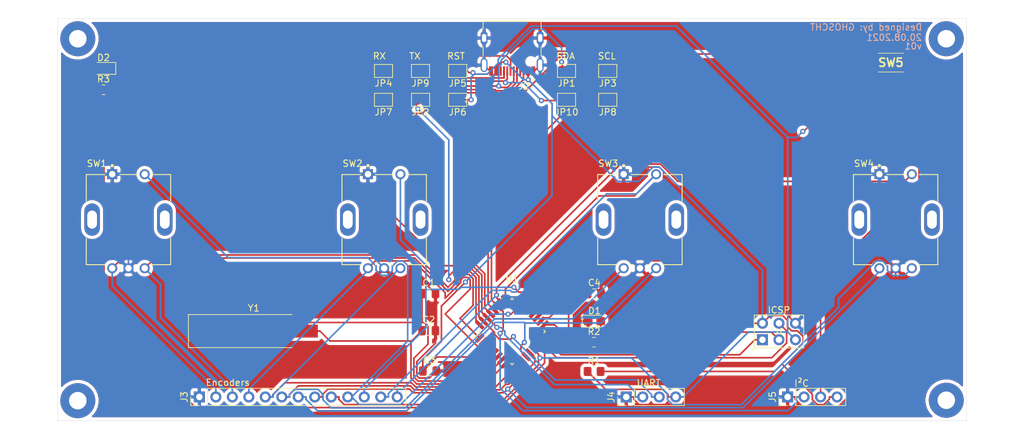
<source format=kicad_pcb>
(kicad_pcb (version 20171130) (host pcbnew "(5.1.10)-1")
  (title_block (title "LightControl Console") (date 2021-08-19) (rev v01) (comment 4 "Author: GHOSCHT"))
  (layers (0 F.Cu signal) (31 B.Cu signal) (34 B.Paste user) (35 F.Paste user) (36 B.SilkS user) (37 F.SilkS user) (38 B.Mask user) (39 F.Mask user) (44 Edge.Cuts user))
  (net 0 "")
  (net 1 "Net-(U1-Pad19)")
  (net 2 "Net-(U1-Pad20)")
  (net 3 "Net-(U1-Pad22)")
  (net 4 GND)
  (net 5 VCC)
  (net 6 XTAL1)
  (net 7 XTAL2)
  (net 8 "Net-(D1-Pad2)")
  (net 9 MOSI)
  (net 10 SCK)
  (net 11 MISO)
  (net 12 RST)
  (net 13 "Net-(J2-PadA6)")
  (net 14 "Net-(J2-PadB7)")
  (net 15 "Net-(J2-PadA5)")
  (net 16 "Net-(J2-PadB8)")
  (net 17 "Net-(J2-PadA7)")
  (net 18 "Net-(J2-PadB6)")
  (net 19 "Net-(J2-PadA8)")
  (net 20 "Net-(J2-PadB5)")
  (net 21 BTN4)
  (net 22 BTN3)
  (net 23 BTN2)
  (net 24 BTN1)
  (net 25 ENC4B)
  (net 26 ENC4A)
  (net 27 ENC3B)
  (net 28 ENC3A)
  (net 29 ENC2B)
  (net 30 ENC2A)
  (net 31 ENC1B)
  (net 32 ENC1A)
  (net 33 TX)
  (net 34 RX)
  (net 35 SDA)
  (net 36 SCL)
  (net 37 "Net-(D2-Pad2)")
  (net 38 LED)
  (net 39 "Net-(U1-Pad3)")
  (net 40 "Net-(U1-Pad6)")
  (module MountingHole:MountingHole_2.7mm_M2.5_Pad (layer F.Cu) (at 213.131 123.634)
    (fp_text reference PAD4 hide)
    (fp_text value MountingHole_2.7mm_M2.5_Pad)
    (pad 1 thru_hole circle (at 0 0) (size 5.4 5.4) (drill 2.7) (layers *.Cu *.Mask))
  )
  (module MountingHole:MountingHole_2.7mm_M2.5_Pad (layer F.Cu) (at 79.35 123.698)
    (fp_text reference PAD3 hide)
    (fp_text value MountingHole_2.7mm_M2.5_Pad)
    (pad 1 thru_hole circle (at 0 0) (size 5.4 5.4) (drill 2.7) (layers *.Cu *.Mask))
  )
  (module MountingHole:MountingHole_2.7mm_M2.5_Pad (layer F.Cu) (at 213.131 67.8815)
    (fp_text reference PAD2 hide)
    (fp_text value MountingHole_2.7mm_M2.5_Pad)
    (pad 1 thru_hole circle (at 0 0) (size 5.4 5.4) (drill 2.7) (layers *.Cu *.Mask))
  )
  (module MountingHole:MountingHole_2.7mm_M2.5_Pad (layer F.Cu) (at 79.35 67.8815)
    (fp_text reference PAD1 hide)
    (fp_text value MountingHole_2.7mm_M2.5_Pad)
    (pad 1 thru_hole circle (at 0 0) (size 5.4 5.4) (drill 2.7) (layers *.Cu *.Mask))
  )
  (module Capacitor_SMD:C_0805_2012Metric_Pad1.18x1.45mm_HandSolder (layer F.Cu) (at 133.414 107.188)
    (fp_text reference C1 (at 0 -1.68) (layer F.SilkS))
    (fp_text value 22p)
    (pad 1 smd roundrect (at -1.0375 0) (size 1.175 1.45) (layers F.Cu F.Paste F.Mask) (roundrect_rratio 0.212766) (net 6 XTAL1))
    (pad 2 smd roundrect (at 1.0375 0) (size 1.175 1.45) (layers F.Cu F.Paste F.Mask) (roundrect_rratio 0.212766) (net 4 GND))
  )
  (module Jumper:SolderJumper-2_P1.3mm_Open_Pad1.0x1.5mm (layer F.Cu) (at 160.985 77.2922)
    (fp_text reference JP8 (at 0 1.905) (layer F.SilkS))
    (fp_text value SolderJumper)
    (pad 2 smd rect (at 0.65 0) (size 1 1.5) (layers F.Cu F.Mask) (net 36 SCL))
    (pad 1 smd rect (at -0.65 0) (size 1 1.5) (layers F.Cu F.Mask) (net 14 "Net-(J2-PadB7)"))
  )
  (module AVR-ISP:AVR-ISP (layer F.Cu) (at 187.356 113.03)
    (fp_text reference J1 (at 0 0) (layer F.SilkS) (effects (font (size 0.787402 0.787402))))
    (fp_text value AVR-ISP-6)
    (fp_text user ICSP (at 0 -3.302) (layer F.SilkS))
    (pad 6 thru_hole circle (at 2.54 -1.27) (size 1.7 1.7) (drill 1) (layers *.Cu *.Mask) (net 4 GND))
    (pad 5 thru_hole circle (at 2.54 1.27) (size 1.7 1.7) (drill 1) (layers *.Cu *.Mask) (net 12 RST))
    (pad 1 thru_hole rect (at -2.54 1.27) (size 1.7 1.7) (drill 1) (layers *.Cu *.Mask) (net 11 MISO))
    (pad 2 thru_hole circle (at -2.54 -1.27) (size 1.7 1.7) (drill 1) (layers *.Cu *.Mask) (net 5 VCC))
    (pad 3 thru_hole circle (at 0 1.27) (size 1.7 1.7) (drill 1) (layers *.Cu *.Mask) (net 10 SCK))
    (pad 4 thru_hole circle (at 0 -1.27) (size 1.7 1.7) (drill 1) (layers *.Cu *.Mask) (net 9 MOSI))
  )
  (module Capacitor_SMD:C_0805_2012Metric_Pad1.18x1.45mm_HandSolder (layer F.Cu) (at 133.414 112.904)
    (fp_text reference C2 (at 0 -1.68) (layer F.SilkS))
    (fp_text value 22p)
    (pad 2 smd roundrect (at 1.0375 0) (size 1.175 1.45) (layers F.Cu F.Paste F.Mask) (roundrect_rratio 0.212766) (net 4 GND))
    (pad 1 smd roundrect (at -1.0375 0) (size 1.175 1.45) (layers F.Cu F.Paste F.Mask) (roundrect_rratio 0.212766) (net 7 XTAL2))
  )
  (module SKRKAEE020:SKRKAEE020 (layer F.Cu) (at 204.594 71.5645)
    (fp_text reference SW5 (at 0 0) (layer F.SilkS) (effects (font (size 1.27 1.27) (thickness 0.254))))
    (fp_text value SW_Push hide)
    (pad 1 smd rect (at -2.1 0) (size 0.8 2) (layers F.Cu F.Paste F.Mask) (net 12 RST))
    (pad 2 smd rect (at 2.1 0) (size 0.8 2) (layers F.Cu F.Paste F.Mask) (net 4 GND))
  )
  (module Resistor_SMD:R_0805_2012Metric_Pad1.20x1.40mm_HandSolder (layer F.Cu) (at 158.877 114.682)
    (fp_text reference R2 (at 0 -1.65) (layer F.SilkS))
    (fp_text value 200)
    (pad 1 smd roundrect (at -1 0) (size 1.2 1.4) (layers F.Cu F.Paste F.Mask) (roundrect_rratio 0.208333) (net 8 "Net-(D1-Pad2)"))
    (pad 2 smd roundrect (at 1 0) (size 1.2 1.4) (layers F.Cu F.Paste F.Mask) (roundrect_rratio 0.208333) (net 5 VCC))
  )
  (module Connector_PinHeader_2.54mm:PinHeader_1x04_P2.54mm_Vertical (layer F.Cu) (at 163.83 123.126 90)
    (fp_text reference J4 (at 0 -2.33 90) (layer F.SilkS))
    (fp_text value Conn_01x04)
    (pad 4 thru_hole oval (at 0 7.62 90) (size 1.7 1.7) (drill 1) (layers *.Cu *.Mask) (net 12 RST))
    (pad 3 thru_hole oval (at 0 5.08 90) (size 1.7 1.7) (drill 1) (layers *.Cu *.Mask) (net 33 TX))
    (pad 2 thru_hole oval (at 0 2.54 90) (size 1.7 1.7) (drill 1) (layers *.Cu *.Mask) (net 34 RX))
    (pad 1 thru_hole rect (at 0 0 90) (size 1.7 1.7) (drill 1) (layers *.Cu *.Mask) (net 4 GND))
  )
  (module Jumper:SolderJumper-2_P1.3mm_Open_Pad1.0x1.5mm (layer F.Cu) (at 154.635 72.8472 180)
    (fp_text reference JP1 (at 0 -1.905) (layer F.SilkS))
    (fp_text value SolderJumper)
    (pad 1 smd rect (at -0.65 0 180) (size 1 1.5) (layers F.Cu F.Mask) (net 35 SDA))
    (pad 2 smd rect (at 0.65 0 180) (size 1 1.5) (layers F.Cu F.Mask) (net 13 "Net-(J2-PadA6)"))
  )
  (module Jumper:SolderJumper-2_P1.3mm_Open_Pad1.0x1.5mm (layer F.Cu) (at 160.985 72.8472 180)
    (fp_text reference JP3 (at 0 -1.905) (layer F.SilkS))
    (fp_text value SolderJumper)
    (pad 2 smd rect (at 0.65 0 180) (size 1 1.5) (layers F.Cu F.Mask) (net 17 "Net-(J2-PadA7)"))
    (pad 1 smd rect (at -0.65 0 180) (size 1 1.5) (layers F.Cu F.Mask) (net 36 SCL))
  )
  (module Jumper:SolderJumper-2_P1.3mm_Open_Pad1.0x1.5mm (layer F.Cu) (at 154.635 77.2922)
    (fp_text reference JP10 (at 0 1.905) (layer F.SilkS))
    (fp_text value SolderJumper)
    (pad 2 smd rect (at 0.65 0) (size 1 1.5) (layers F.Cu F.Mask) (net 35 SDA))
    (pad 1 smd rect (at -0.65 0) (size 1 1.5) (layers F.Cu F.Mask) (net 18 "Net-(J2-PadB6)"))
  )
  (module Jumper:SolderJumper-2_P1.3mm_Bridged2Bar_Pad1.0x1.5mm (layer F.Cu) (at 132.156 77.2922)
    (fp_text reference JP2 (at 0 1.905) (layer F.SilkS))
    (fp_text value SolderJumper_Bridged)
    (fp_poly (pts (xy -0.25 0.2) (xy 0.25 0.2) (xy 0.25 0.6) (xy -0.25 0.6)) (layer F.Cu) (width 0))
    (fp_poly (pts (xy -0.25 -0.6) (xy 0.25 -0.6) (xy 0.25 -0.2) (xy -0.25 -0.2)) (layer F.Cu) (width 0))
    (pad 2 smd rect (at 0.65 0) (size 1 1.5) (layers F.Cu F.Mask) (net 13 "Net-(J2-PadA6)"))
    (pad 1 smd rect (at -0.65 0) (size 1 1.5) (layers F.Cu F.Mask) (net 33 TX))
  )
  (module Jumper:SolderJumper-2_P1.3mm_Bridged2Bar_Pad1.0x1.5mm (layer F.Cu) (at 132.141 72.8472 180)
    (fp_text reference JP9 (at 0 -1.905) (layer F.SilkS))
    (fp_text value SolderJumper_Bridged)
    (fp_poly (pts (xy -0.25 0.2) (xy 0.25 0.2) (xy 0.25 0.6) (xy -0.25 0.6)) (layer F.Cu) (width 0))
    (fp_poly (pts (xy -0.25 -0.6) (xy 0.25 -0.6) (xy 0.25 -0.2) (xy -0.25 -0.2)) (layer F.Cu) (width 0))
    (pad 2 smd rect (at 0.65 0 180) (size 1 1.5) (layers F.Cu F.Mask) (net 33 TX))
    (pad 1 smd rect (at -0.65 0 180) (size 1 1.5) (layers F.Cu F.Mask) (net 18 "Net-(J2-PadB6)"))
  )
  (module LED_SMD:LED_0805_2012Metric_Castellated (layer F.Cu) (at 158.94 111.442)
    (fp_text reference D1 (at 0 -1.6) (layer F.SilkS))
    (fp_text value 17-21/BHC-XL2M2TY/3T)
    (pad 1 smd roundrect (at -0.9625 0) (size 1.325 1.3) (layers F.Cu F.Paste F.Mask) (roundrect_rratio 0.192308) (net 4 GND))
    (pad 2 smd roundrect (at 0.9625 0) (size 1.325 1.3) (layers F.Cu F.Paste F.Mask) (roundrect_rratio 0.192308) (net 8 "Net-(D1-Pad2)"))
  )
  (module Connector_PinHeader_2.54mm:PinHeader_1x13_P2.54mm_Vertical (layer F.Cu) (at 98.077 123.126 90)
    (fp_text reference J3 (at 0 -2.33 90) (layer F.SilkS))
    (fp_text value Conn_01x13)
    (pad 13 thru_hole oval (at 0 30.48 90) (size 1.7 1.7) (drill 1) (layers *.Cu *.Mask) (net 21 BTN4))
    (pad 12 thru_hole oval (at 0 27.94 90) (size 1.7 1.7) (drill 1) (layers *.Cu *.Mask) (net 22 BTN3))
    (pad 11 thru_hole oval (at 0 25.4 90) (size 1.7 1.7) (drill 1) (layers *.Cu *.Mask) (net 23 BTN2))
    (pad 10 thru_hole oval (at 0 22.86 90) (size 1.7 1.7) (drill 1) (layers *.Cu *.Mask) (net 24 BTN1))
    (pad 9 thru_hole oval (at 0 20.32 90) (size 1.7 1.7) (drill 1) (layers *.Cu *.Mask) (net 25 ENC4B))
    (pad 8 thru_hole oval (at 0 17.78 90) (size 1.7 1.7) (drill 1) (layers *.Cu *.Mask) (net 26 ENC4A))
    (pad 7 thru_hole oval (at 0 15.24 90) (size 1.7 1.7) (drill 1) (layers *.Cu *.Mask) (net 27 ENC3B))
    (pad 6 thru_hole oval (at 0 12.7 90) (size 1.7 1.7) (drill 1) (layers *.Cu *.Mask) (net 28 ENC3A))
    (pad 5 thru_hole oval (at 0 10.16 90) (size 1.7 1.7) (drill 1) (layers *.Cu *.Mask) (net 29 ENC2B))
    (pad 4 thru_hole oval (at 0 7.62 90) (size 1.7 1.7) (drill 1) (layers *.Cu *.Mask) (net 30 ENC2A))
    (pad 3 thru_hole oval (at 0 5.08 90) (size 1.7 1.7) (drill 1) (layers *.Cu *.Mask) (net 31 ENC1B))
    (pad 2 thru_hole oval (at 0 2.54 90) (size 1.7 1.7) (drill 1) (layers *.Cu *.Mask) (net 32 ENC1A))
    (pad 1 thru_hole rect (at 0 0 90) (size 1.7 1.7) (drill 1) (layers *.Cu *.Mask) (net 4 GND))
  )
  (module Connector_PinHeader_2.54mm:PinHeader_1x04_P2.54mm_Vertical (layer F.Cu) (at 188.689 123.126 90)
    (fp_text reference J5 (at 0 -2.33 90) (layer F.SilkS))
    (fp_text value Conn_01x04)
    (pad 4 thru_hole oval (at 0 7.62 90) (size 1.7 1.7) (drill 1) (layers *.Cu *.Mask) (net 5 VCC))
    (pad 3 thru_hole oval (at 0 5.08 90) (size 1.7 1.7) (drill 1) (layers *.Cu *.Mask) (net 36 SCL))
    (pad 2 thru_hole oval (at 0 2.54 90) (size 1.7 1.7) (drill 1) (layers *.Cu *.Mask) (net 35 SDA))
    (pad 1 thru_hole rect (at 0 0 90) (size 1.7 1.7) (drill 1) (layers *.Cu *.Mask) (net 4 GND))
  )
  (module Bourns-PEC11R-4220F-S0012:Bourns-PEC11R-4220F-S0012-MFG (layer F.Cu) (at 87.155 95.7738)
    (fp_text reference SW1 (at -6.5 -8.65) (layer F.SilkS) (effects (justify left)))
    (fp_text value PEC11R-4220F-S0012)
    (pad S1 thru_hole rect (at -2.5 -7) (size 1.55 1.55) (drill 1) (layers *.Cu *.Mask) (net 4 GND))
    (pad S2 thru_hole circle (at 2.5 -7) (size 1.55 1.55) (drill 1) (layers *.Cu *.Mask) (net 24 BTN1))
    (pad A thru_hole circle (at -2.5 7.5) (size 1.55 1.55) (drill 1) (layers *.Cu *.Mask) (net 32 ENC1A))
    (pad C thru_hole circle (at 0 7.5) (size 1.55 1.55) (drill 1) (layers *.Cu *.Mask) (net 4 GND))
    (pad B thru_hole circle (at 2.5 7.5) (size 1.55 1.55) (drill 1) (layers *.Cu *.Mask) (net 31 ENC1B))
    (pad 3 thru_hole roundrect (at -5.6 0) (size 2.4 5) (drill oval 1.5 2.8) (layers *.Cu *.Mask) (roundrect_rratio 0.5))
    (pad 4 thru_hole roundrect (at 5.6 0) (size 2.4 5) (drill oval 1.5 2.8) (layers *.Cu *.Mask) (roundrect_rratio 0.5))
  )
  (module Crystal:Crystal_SMD_HC49-SD_HandSoldering (layer F.Cu) (at 106.459 112.966)
    (fp_text reference Y1 (at 0 -3.55) (layer F.SilkS))
    (fp_text value 16MHz)
    (pad 2 smd rect (at 5.9375 0) (size 7.875 2) (layers F.Cu F.Paste F.Mask) (net 7 XTAL2))
    (pad 1 smd rect (at -5.9375 0) (size 7.875 2) (layers F.Cu F.Paste F.Mask) (net 6 XTAL1))
  )
  (module HRO_TYPE-C-31-M-12:HRO_TYPE-C-31-M-12 (layer F.Cu) (at 146.253 67.7672 180)
    (fp_text reference J2 (at -1.825 -7.435) (layer F.SilkS))
    (fp_text value TYPE-C-31-M-12)
    (pad A1B12 smd rect (at -3.25 -5.095 180) (size 0.6 1.45) (layers F.Cu F.Paste F.Mask) (net 4 GND))
    (pad A4B9 smd rect (at -2.45 -5.095 180) (size 0.6 1.45) (layers F.Cu F.Paste F.Mask) (net 5 VCC))
    (pad A6 smd rect (at -0.25 -5.095 180) (size 0.3 1.45) (layers F.Cu F.Paste F.Mask) (net 13 "Net-(J2-PadA6)"))
    (pad B7 smd rect (at -0.75 -5.095 180) (size 0.3 1.45) (layers F.Cu F.Paste F.Mask) (net 14 "Net-(J2-PadB7)"))
    (pad A5 smd rect (at -1.25 -5.095 180) (size 0.3 1.45) (layers F.Cu F.Paste F.Mask) (net 15 "Net-(J2-PadA5)"))
    (pad B8 smd rect (at -1.75 -5.095 180) (size 0.3 1.45) (layers F.Cu F.Paste F.Mask) (net 16 "Net-(J2-PadB8)"))
    (pad A7 smd rect (at 0.25 -5.095 180) (size 0.3 1.45) (layers F.Cu F.Paste F.Mask) (net 17 "Net-(J2-PadA7)"))
    (pad B6 smd rect (at 0.75 -5.095 180) (size 0.3 1.45) (layers F.Cu F.Paste F.Mask) (net 18 "Net-(J2-PadB6)"))
    (pad A8 smd rect (at 1.25 -5.095 180) (size 0.3 1.45) (layers F.Cu F.Paste F.Mask) (net 19 "Net-(J2-PadA8)"))
    (pad B5 smd rect (at 1.75 -5.095 180) (size 0.3 1.45) (layers F.Cu F.Paste F.Mask) (net 20 "Net-(J2-PadB5)"))
    (pad B4A9 smd rect (at 2.45 -5.095 180) (size 0.6 1.45) (layers F.Cu F.Paste F.Mask) (net 5 VCC))
    (pad B1A12 smd rect (at 3.25 -5.095 180) (size 0.6 1.45) (layers F.Cu F.Paste F.Mask) (net 4 GND))
    (pad S1 thru_hole oval (at -4.32 -4.18 180) (size 1.05 2.1) (drill oval 0.65 1.75) (layers *.Cu *.Mask) (net 4 GND))
    (pad S2 thru_hole oval (at 4.32 -4.18 180) (size 1.05 2.1) (drill oval 0.65 1.75) (layers *.Cu *.Mask) (net 4 GND))
    (pad S3 thru_hole oval (at -4.32 0 180) (size 1.05 2.1) (drill oval 0.65 1.25) (layers *.Cu *.Mask) (net 4 GND))
    (pad S4 thru_hole oval (at 4.32 0 180) (size 1.05 2.1) (drill oval 0.65 1.25) (layers *.Cu *.Mask) (net 4 GND))
    (pad None np_thru_hole circle (at -2.89 -3.65 180) (size 0.7 0.7) (drill 0.7) (layers *.Cu *.Mask))
    (pad None np_thru_hole circle (at 2.89 -3.65 180) (size 0.7 0.7) (drill 0.7) (layers *.Cu *.Mask))
  )
  (module Capacitor_SMD:C_0805_2012Metric_Pad1.18x1.45mm_HandSolder (layer F.Cu) (at 133.54 119.126)
    (fp_text reference C3 (at 0 -1.68) (layer F.SilkS))
    (fp_text value 100n)
    (pad 1 smd roundrect (at -1.0375 0) (size 1.175 1.45) (layers F.Cu F.Paste F.Mask) (roundrect_rratio 0.212766) (net 5 VCC))
    (pad 2 smd roundrect (at 1.0375 0) (size 1.175 1.45) (layers F.Cu F.Paste F.Mask) (roundrect_rratio 0.212766) (net 4 GND))
  )
  (module Jumper:SolderJumper-2_P1.3mm_Bridged2Bar_Pad1.0x1.5mm (layer F.Cu) (at 126.441 72.8472)
    (fp_text reference JP4 (at 0 1.905) (layer F.SilkS))
    (fp_text value SolderJumper_Bridged)
    (fp_poly (pts (xy -0.25 -0.6) (xy 0.25 -0.6) (xy 0.25 -0.2) (xy -0.25 -0.2)) (layer F.Cu) (width 0))
    (fp_poly (pts (xy -0.25 0.2) (xy 0.25 0.2) (xy 0.25 0.6) (xy -0.25 0.6)) (layer F.Cu) (width 0))
    (pad 1 smd rect (at -0.65 0) (size 1 1.5) (layers F.Cu F.Mask) (net 34 RX))
    (pad 2 smd rect (at 0.65 0) (size 1 1.5) (layers F.Cu F.Mask) (net 17 "Net-(J2-PadA7)"))
  )
  (module Resistor_SMD:R_0805_2012Metric_Pad1.20x1.40mm_HandSolder (layer F.Cu) (at 158.877 119.19)
    (fp_text reference R1 (at 0 -1.65) (layer F.SilkS))
    (fp_text value 10k)
    (pad 1 smd roundrect (at -1 0) (size 1.2 1.4) (layers F.Cu F.Paste F.Mask) (roundrect_rratio 0.208333) (net 12 RST))
    (pad 2 smd roundrect (at 1 0) (size 1.2 1.4) (layers F.Cu F.Paste F.Mask) (roundrect_rratio 0.208333) (net 5 VCC))
  )
  (module Jumper:SolderJumper-2_P1.3mm_Bridged2Bar_Pad1.0x1.5mm (layer F.Cu) (at 137.871 72.8472 180)
    (fp_text reference JP5 (at 0 -1.905) (layer F.SilkS))
    (fp_text value SolderJumper_Bridged)
    (fp_poly (pts (xy -0.25 0.2) (xy 0.25 0.2) (xy 0.25 0.6) (xy -0.25 0.6)) (layer F.Cu) (width 0))
    (fp_poly (pts (xy -0.25 -0.6) (xy 0.25 -0.6) (xy 0.25 -0.2) (xy -0.25 -0.2)) (layer F.Cu) (width 0))
    (pad 2 smd rect (at 0.65 0 180) (size 1 1.5) (layers F.Cu F.Mask) (net 19 "Net-(J2-PadA8)"))
    (pad 1 smd rect (at -0.65 0 180) (size 1 1.5) (layers F.Cu F.Mask) (net 12 RST))
  )
  (module Jumper:SolderJumper-2_P1.3mm_Bridged2Bar_Pad1.0x1.5mm (layer F.Cu) (at 137.871 77.2922)
    (fp_text reference JP6 (at 0 1.905) (layer F.SilkS))
    (fp_text value SolderJumper_Bridged)
    (fp_poly (pts (xy -0.25 -0.6) (xy 0.25 -0.6) (xy 0.25 -0.2) (xy -0.25 -0.2)) (layer F.Cu) (width 0))
    (fp_poly (pts (xy -0.25 0.2) (xy 0.25 0.2) (xy 0.25 0.6) (xy -0.25 0.6)) (layer F.Cu) (width 0))
    (pad 1 smd rect (at -0.65 0) (size 1 1.5) (layers F.Cu F.Mask) (net 16 "Net-(J2-PadB8)"))
    (pad 2 smd rect (at 0.65 0) (size 1 1.5) (layers F.Cu F.Mask) (net 12 RST))
  )
  (module Jumper:SolderJumper-2_P1.3mm_Bridged2Bar_Pad1.0x1.5mm (layer F.Cu) (at 126.441 77.2922 180)
    (fp_text reference JP7 (at 0 -1.905) (layer F.SilkS))
    (fp_text value SolderJumper_Bridged)
    (fp_poly (pts (xy -0.25 -0.6) (xy 0.25 -0.6) (xy 0.25 -0.2) (xy -0.25 -0.2)) (layer F.Cu) (width 0))
    (fp_poly (pts (xy -0.25 0.2) (xy 0.25 0.2) (xy 0.25 0.6) (xy -0.25 0.6)) (layer F.Cu) (width 0))
    (pad 1 smd rect (at -0.65 0 180) (size 1 1.5) (layers F.Cu F.Mask) (net 14 "Net-(J2-PadB7)"))
    (pad 2 smd rect (at 0.65 0 180) (size 1 1.5) (layers F.Cu F.Mask) (net 34 RX))
  )
  (module Package_QFP:TQFP-32_7x7mm_P0.8mm (layer F.Cu) (at 146.24 113.03 45)
    (fp_text reference U1 (at 5.747364 -5.747364 180) (layer F.SilkS))
    (fp_text value ATmega328PB-AU)
    (pad 1 smd rect (at -4.25 -2.8 45) (size 1.6 0.55) (layers F.Cu F.Paste F.Mask) (net 31 ENC1B))
    (pad 2 smd rect (at -4.25 -2 45) (size 1.6 0.55) (layers F.Cu F.Paste F.Mask) (net 30 ENC2A))
    (pad 3 smd rect (at -4.25 -1.2 45) (size 1.6 0.55) (layers F.Cu F.Paste F.Mask) (net 39 "Net-(U1-Pad3)"))
    (pad 4 smd rect (at -4.25 -0.4 45) (size 1.6 0.55) (layers F.Cu F.Paste F.Mask) (net 5 VCC))
    (pad 5 smd rect (at -4.25 0.4 45) (size 1.6 0.55) (layers F.Cu F.Paste F.Mask) (net 4 GND))
    (pad 6 smd rect (at -4.25 1.2 45) (size 1.6 0.55) (layers F.Cu F.Paste F.Mask) (net 40 "Net-(U1-Pad6)"))
    (pad 7 smd rect (at -4.25 2 45) (size 1.6 0.55) (layers F.Cu F.Paste F.Mask) (net 6 XTAL1))
    (pad 8 smd rect (at -4.25 2.8 45) (size 1.6 0.55) (layers F.Cu F.Paste F.Mask) (net 7 XTAL2))
    (pad 9 smd rect (at -2.8 4.25 135) (size 1.6 0.55) (layers F.Cu F.Paste F.Mask) (net 29 ENC2B))
    (pad 10 smd rect (at -2 4.25 135) (size 1.6 0.55) (layers F.Cu F.Paste F.Mask) (net 28 ENC3A))
    (pad 11 smd rect (at -1.2 4.25 135) (size 1.6 0.55) (layers F.Cu F.Paste F.Mask) (net 27 ENC3B))
    (pad 12 smd rect (at -0.4 4.25 135) (size 1.6 0.55) (layers F.Cu F.Paste F.Mask) (net 26 ENC4A))
    (pad 13 smd rect (at 0.4 4.25 135) (size 1.6 0.55) (layers F.Cu F.Paste F.Mask) (net 25 ENC4B))
    (pad 14 smd rect (at 1.2 4.25 135) (size 1.6 0.55) (layers F.Cu F.Paste F.Mask) (net 38 LED))
    (pad 15 smd rect (at 2 4.25 135) (size 1.6 0.55) (layers F.Cu F.Paste F.Mask) (net 9 MOSI))
    (pad 16 smd rect (at 2.8 4.25 135) (size 1.6 0.55) (layers F.Cu F.Paste F.Mask) (net 11 MISO))
    (pad 17 smd rect (at 4.25 2.8 45) (size 1.6 0.55) (layers F.Cu F.Paste F.Mask) (net 10 SCK))
    (pad 18 smd rect (at 4.25 2 45) (size 1.6 0.55) (layers F.Cu F.Paste F.Mask) (net 5 VCC))
    (pad 19 smd rect (at 4.25 1.2 45) (size 1.6 0.55) (layers F.Cu F.Paste F.Mask) (net 1 "Net-(U1-Pad19)"))
    (pad 20 smd rect (at 4.25 0.4 45) (size 1.6 0.55) (layers F.Cu F.Paste F.Mask) (net 2 "Net-(U1-Pad20)"))
    (pad 21 smd rect (at 4.25 -0.4 45) (size 1.6 0.55) (layers F.Cu F.Paste F.Mask) (net 4 GND))
    (pad 22 smd rect (at 4.25 -1.2 45) (size 1.6 0.55) (layers F.Cu F.Paste F.Mask) (net 3 "Net-(U1-Pad22)"))
    (pad 23 smd rect (at 4.25 -2 45) (size 1.6 0.55) (layers F.Cu F.Paste F.Mask) (net 24 BTN1))
    (pad 24 smd rect (at 4.25 -2.8 45) (size 1.6 0.55) (layers F.Cu F.Paste F.Mask) (net 23 BTN2))
    (pad 25 smd rect (at 2.8 -4.25 135) (size 1.6 0.55) (layers F.Cu F.Paste F.Mask) (net 22 BTN3))
    (pad 26 smd rect (at 2 -4.25 135) (size 1.6 0.55) (layers F.Cu F.Paste F.Mask) (net 21 BTN4))
    (pad 27 smd rect (at 1.2 -4.25 135) (size 1.6 0.55) (layers F.Cu F.Paste F.Mask) (net 35 SDA))
    (pad 28 smd rect (at 0.4 -4.25 135) (size 1.6 0.55) (layers F.Cu F.Paste F.Mask) (net 36 SCL))
    (pad 29 smd rect (at -0.4 -4.25 135) (size 1.6 0.55) (layers F.Cu F.Paste F.Mask) (net 12 RST))
    (pad 30 smd rect (at -1.2 -4.25 135) (size 1.6 0.55) (layers F.Cu F.Paste F.Mask) (net 34 RX))
    (pad 31 smd rect (at -2 -4.25 135) (size 1.6 0.55) (layers F.Cu F.Paste F.Mask) (net 33 TX))
    (pad 32 smd rect (at -2.8 -4.25 135) (size 1.6 0.55) (layers F.Cu F.Paste F.Mask) (net 32 ENC1A))
  )
  (module Bourns-PEC11R-4220F-S0012:Bourns-PEC11R-4220F-S0012-MFG (layer F.Cu) (at 126.545 95.7738)
    (fp_text reference SW2 (at -6.5 -8.65) (layer F.SilkS) (effects (justify left)))
    (fp_text value PEC11R-4220F-S0012)
    (pad 4 thru_hole roundrect (at 5.6 0) (size 2.4 5) (drill oval 1.5 2.8) (layers *.Cu *.Mask) (roundrect_rratio 0.5))
    (pad 3 thru_hole roundrect (at -5.6 0) (size 2.4 5) (drill oval 1.5 2.8) (layers *.Cu *.Mask) (roundrect_rratio 0.5))
    (pad B thru_hole circle (at 2.5 7.5) (size 1.55 1.55) (drill 1) (layers *.Cu *.Mask) (net 29 ENC2B))
    (pad C thru_hole circle (at 0 7.5) (size 1.55 1.55) (drill 1) (layers *.Cu *.Mask) (net 4 GND))
    (pad A thru_hole circle (at -2.5 7.5) (size 1.55 1.55) (drill 1) (layers *.Cu *.Mask) (net 30 ENC2A))
    (pad S2 thru_hole circle (at 2.5 -7) (size 1.55 1.55) (drill 1) (layers *.Cu *.Mask) (net 23 BTN2))
    (pad S1 thru_hole rect (at -2.5 -7) (size 1.55 1.55) (drill 1) (layers *.Cu *.Mask) (net 4 GND))
  )
  (module LED_SMD:LED_0805_2012Metric_Castellated (layer F.Cu) (at 83.314 72.4535 180)
    (fp_text reference D2 (at 0 1.651) (layer F.SilkS))
    (fp_text value 17-21/BHC-XL2M2TY/3T)
    (pad 1 smd roundrect (at -0.9625 0 180) (size 1.325 1.3) (layers F.Cu F.Paste F.Mask) (roundrect_rratio 0.192308) (net 4 GND))
    (pad 2 smd roundrect (at 0.9625 0 180) (size 1.325 1.3) (layers F.Cu F.Paste F.Mask) (roundrect_rratio 0.192308) (net 37 "Net-(D2-Pad2)"))
  )
  (module Resistor_SMD:R_0805_2012Metric_Pad1.20x1.40mm_HandSolder (layer F.Cu) (at 83.314 75.7555 180)
    (fp_text reference R3 (at 0 1.651) (layer F.SilkS))
    (fp_text value 200)
    (pad 1 smd roundrect (at -1 0 180) (size 1.2 1.4) (layers F.Cu F.Paste F.Mask) (roundrect_rratio 0.208333) (net 37 "Net-(D2-Pad2)"))
    (pad 2 smd roundrect (at 1 0 180) (size 1.2 1.4) (layers F.Cu F.Paste F.Mask) (roundrect_rratio 0.208333) (net 38 LED))
  )
  (module Bourns-PEC11R-4220F-S0012:Bourns-PEC11R-4220F-S0012-MFG (layer F.Cu) (at 165.936 95.7738)
    (fp_text reference SW3 (at -6.5 -8.65) (layer F.SilkS) (effects (justify left)))
    (fp_text value PEC11R-4220F-S0012)
    (pad S1 thru_hole rect (at -2.5 -7) (size 1.55 1.55) (drill 1) (layers *.Cu *.Mask) (net 4 GND))
    (pad S2 thru_hole circle (at 2.5 -7) (size 1.55 1.55) (drill 1) (layers *.Cu *.Mask) (net 22 BTN3))
    (pad A thru_hole circle (at -2.5 7.5) (size 1.55 1.55) (drill 1) (layers *.Cu *.Mask) (net 28 ENC3A))
    (pad C thru_hole circle (at 0 7.5) (size 1.55 1.55) (drill 1) (layers *.Cu *.Mask) (net 4 GND))
    (pad B thru_hole circle (at 2.5 7.5) (size 1.55 1.55) (drill 1) (layers *.Cu *.Mask) (net 27 ENC3B))
    (pad 3 thru_hole roundrect (at -5.6 0) (size 2.4 5) (drill oval 1.5 2.8) (layers *.Cu *.Mask) (roundrect_rratio 0.5))
    (pad 4 thru_hole roundrect (at 5.6 0) (size 2.4 5) (drill oval 1.5 2.8) (layers *.Cu *.Mask) (roundrect_rratio 0.5))
  )
  (module Bourns-PEC11R-4220F-S0012:Bourns-PEC11R-4220F-S0012-MFG (layer F.Cu) (at 205.326 95.7738)
    (fp_text reference SW4 (at -6.5 -8.65) (layer F.SilkS) (effects (justify left)))
    (fp_text value PEC11R-4220F-S0012)
    (pad 4 thru_hole roundrect (at 5.6 0) (size 2.4 5) (drill oval 1.5 2.8) (layers *.Cu *.Mask) (roundrect_rratio 0.5))
    (pad 3 thru_hole roundrect (at -5.6 0) (size 2.4 5) (drill oval 1.5 2.8) (layers *.Cu *.Mask) (roundrect_rratio 0.5))
    (pad B thru_hole circle (at 2.5 7.5) (size 1.55 1.55) (drill 1) (layers *.Cu *.Mask) (net 25 ENC4B))
    (pad C thru_hole circle (at 0 7.5) (size 1.55 1.55) (drill 1) (layers *.Cu *.Mask) (net 4 GND))
    (pad A thru_hole circle (at -2.5 7.5) (size 1.55 1.55) (drill 1) (layers *.Cu *.Mask) (net 26 ENC4A))
    (pad S2 thru_hole circle (at 2.5 -7) (size 1.55 1.55) (drill 1) (layers *.Cu *.Mask) (net 21 BTN4))
    (pad S1 thru_hole rect (at -2.5 -7) (size 1.55 1.55) (drill 1) (layers *.Cu *.Mask) (net 4 GND))
  )
  (module Capacitor_SMD:C_0805_2012Metric_Pad1.18x1.45mm_HandSolder (layer F.Cu) (at 158.919 107.188)
    (fp_text reference C4 (at 0 -1.68) (layer F.SilkS))
    (fp_text value 100n)
    (pad 1 smd roundrect (at -1.0375 0) (size 1.175 1.45) (layers F.Cu F.Paste F.Mask) (roundrect_rratio 0.212766) (net 5 VCC))
    (pad 2 smd roundrect (at 1.0375 0) (size 1.175 1.45) (layers F.Cu F.Paste F.Mask) (roundrect_rratio 0.212766) (net 4 GND))
  )
  (gr_text 20.08.2021 (at 205.105 67.691) (layer B.SilkS) (effects (font (size 1 1)) (justify mirror)))
  (gr_text Encoders (at 102.4585 120.904) (layer F.SilkS) (effects (font (size 1 1))))
  (gr_text UART (at 167.2895 120.9675) (layer F.SilkS) (effects (font (size 1 1))))
  (gr_text I²C (at 190.848 121.031) (layer F.SilkS) (effects (font (size 1 1))))
  (gr_text "Designed by: GHOSCHT" (at 200.787 66.1035) (layer B.SilkS) (effects (font (size 1 1)) (justify mirror)))
  (gr_text v01 (at 208.026 69.0245) (layer B.SilkS) (effects (font (size 1 1)) (justify mirror)))
  (gr_line (start 216.2425 64.77) (end 216.2425 126.7775) (layer Edge.Cuts) (width 0.05))
  (gr_line (start 76.2385 64.77) (end 76.2385 126.7775) (layer Edge.Cuts) (width 0.05))
  (gr_line (start 216.2425 64.77) (end 76.2385 64.77) (layer Edge.Cuts) (width 0.05))
  (gr_line (start 76.2385 126.7775) (end 216.2425 126.7775) (layer Edge.Cuts) (width 0.05))
  (gr_text RST (at 137.6172 70.5612) (layer F.SilkS) (effects (font (size 1 1))))
  (gr_text TX (at 131.2672 70.5612) (layer F.SilkS) (effects (font (size 1 1))))
  (gr_text RX (at 125.8062 70.5612) (layer F.SilkS) (effects (font (size 1 1))))
  (gr_text SCL (at 160.8582 70.5612) (layer F.SilkS) (effects (font (size 1 1))))
  (gr_text SDA (at 154.5082 70.5612) (layer F.SilkS) (effects (font (size 1 1))))
  (segment (start 141.933 67.7672) (end 141.933 71.9472) (width 0.25) (layer B.Cu) (net 4))
  (segment (start 134.4515 112.904) (end 134.4515 114.8108) (width 0.25) (layer F.Cu) (net 4))
  (segment (start 134.4515 114.8108) (end 131.582 117.6803) (width 0.25) (layer F.Cu) (net 4))
  (segment (start 131.582 117.6803) (end 131.582 119.8638) (width 0.25) (layer F.Cu) (net 4))
  (segment (start 131.582 119.8638) (end 131.9197 120.2015) (width 0.25) (layer F.Cu) (net 4))
  (segment (start 131.9197 120.2015) (end 133.502 120.2015) (width 0.25) (layer F.Cu) (net 4))
  (segment (start 133.502 120.2015) (end 134.5775 119.126) (width 0.25) (layer F.Cu) (net 4))
  (segment (start 134.4515 107.188) (end 134.4515 112.904) (width 0.25) (layer F.Cu) (net 4))
  (segment (start 96.2231 107.7822) (end 122.0366 107.7822) (width 0.25) (layer F.Cu) (net 4))
  (segment (start 122.0366 107.7822) (end 126.545 103.2738) (width 0.25) (layer F.Cu) (net 4))
  (segment (start 87.155 103.2738) (end 91.6634 107.7822) (width 0.25) (layer F.Cu) (net 4))
  (segment (start 96.2231 120.0968) (end 98.077 121.9507) (width 0.25) (layer F.Cu) (net 4))
  (segment (start 126.545 103.2738) (end 128.7998 105.5286) (width 0.25) (layer F.Cu) (net 4))
  (segment (start 128.7998 105.5286) (end 132.7921 105.5286) (width 0.25) (layer F.Cu) (net 4))
  (segment (start 132.7921 105.5286) (end 134.4515 107.188) (width 0.25) (layer F.Cu) (net 4))
  (segment (start 98.077 123.126) (end 98.077 121.9507) (width 0.25) (layer F.Cu) (net 4))
  (segment (start 141.933 71.9472) (end 142.848 72.8622) (width 0.25) (layer F.Cu) (net 4))
  (segment (start 142.848 72.8622) (end 143.003 72.8622) (width 0.25) (layer F.Cu) (net 4))
  (segment (start 202.826 100.7738) (end 205.326 103.2738) (width 0.25) (layer B.Cu) (net 4))
  (segment (start 202.826 88.7738) (end 202.826 100.7738) (width 0.25) (layer B.Cu) (net 4))
  (segment (start 189.896 111.76) (end 200.8822 100.7738) (width 0.25) (layer B.Cu) (net 4))
  (segment (start 200.8822 100.7738) (end 202.826 100.7738) (width 0.25) (layer B.Cu) (net 4))
  (segment (start 189.8643 123.126) (end 189.8643 123.4934) (width 0.25) (layer F.Cu) (net 4))
  (segment (start 189.8643 123.4934) (end 191.1296 124.7587) (width 0.25) (layer F.Cu) (net 4))
  (segment (start 191.1296 124.7587) (end 196.354 124.7587) (width 0.25) (layer F.Cu) (net 4))
  (segment (start 196.354 124.7587) (end 205.326 115.7867) (width 0.25) (layer F.Cu) (net 4))
  (segment (start 205.326 115.7867) (end 205.326 103.2738) (width 0.25) (layer F.Cu) (net 4))
  (segment (start 169.5762 102.1246) (end 180.2606 102.1246) (width 0.25) (layer F.Cu) (net 4))
  (segment (start 180.2606 102.1246) (end 189.896 111.76) (width 0.25) (layer F.Cu) (net 4))
  (segment (start 189.2767 123.126) (end 189.8643 123.126) (width 0.25) (layer F.Cu) (net 4))
  (segment (start 84.655 88.7738) (end 84.655 87.6735) (width 0.25) (layer F.Cu) (net 4))
  (segment (start 84.655 87.6735) (end 85.2511 87.0774) (width 0.25) (layer F.Cu) (net 4))
  (segment (start 85.2511 87.0774) (end 85.2511 73.4281) (width 0.25) (layer F.Cu) (net 4))
  (segment (start 85.2511 73.4281) (end 84.2765 72.4535) (width 0.25) (layer F.Cu) (net 4))
  (segment (start 163.83 123.126) (end 165.0053 123.126) (width 0.25) (layer F.Cu) (net 4))
  (segment (start 188.689 123.126) (end 187.5137 123.126) (width 0.25) (layer F.Cu) (net 4))
  (segment (start 187.5137 123.126) (end 186.3384 124.3013) (width 0.25) (layer F.Cu) (net 4))
  (segment (start 186.3384 124.3013) (end 165.8132 124.3013) (width 0.25) (layer F.Cu) (net 4))
  (segment (start 165.8132 124.3013) (end 165.0053 123.4934) (width 0.25) (layer F.Cu) (net 4))
  (segment (start 165.0053 123.4934) (end 165.0053 123.126) (width 0.25) (layer F.Cu) (net 4))
  (segment (start 189.2767 123.126) (end 188.689 123.126) (width 0.25) (layer F.Cu) (net 4))
  (segment (start 150.573 71.9472) (end 149.658 72.8622) (width 0.25) (layer F.Cu) (net 4))
  (segment (start 149.658 72.8622) (end 149.503 72.8622) (width 0.25) (layer F.Cu) (net 4))
  (segment (start 163.436 88.7738) (end 164.5363 88.7738) (width 0.25) (layer F.Cu) (net 4))
  (segment (start 141.933 71.9472) (end 137.3424 71.9472) (width 0.25) (layer B.Cu) (net 4))
  (segment (start 137.3424 71.9472) (end 124.045 85.2446) (width 0.25) (layer B.Cu) (net 4))
  (segment (start 124.045 85.2446) (end 124.045 88.7738) (width 0.25) (layer B.Cu) (net 4))
  (segment (start 159.9565 107.188) (end 158.894 106.1255) (width 0.25) (layer F.Cu) (net 4))
  (segment (start 158.894 106.1255) (end 152.5789 106.1255) (width 0.25) (layer F.Cu) (net 4))
  (segment (start 152.5789 106.1255) (end 148.9624 109.742) (width 0.25) (layer F.Cu) (net 4))
  (segment (start 143.5176 116.318) (end 140.7096 119.126) (width 0.25) (layer F.Cu) (net 4))
  (segment (start 140.7096 119.126) (end 134.5775 119.126) (width 0.25) (layer F.Cu) (net 4))
  (segment (start 84.655 88.7738) (end 84.655 89.8741) (width 0.25) (layer B.Cu) (net 4))
  (segment (start 87.155 103.2738) (end 87.155 92.3741) (width 0.25) (layer B.Cu) (net 4))
  (segment (start 87.155 92.3741) (end 84.655 89.8741) (width 0.25) (layer B.Cu) (net 4))
  (segment (start 206.694 71.5645) (end 205.9687 71.5645) (width 0.25) (layer F.Cu) (net 4))
  (segment (start 202.826 88.7738) (end 202.826 74.7072) (width 0.25) (layer F.Cu) (net 4))
  (segment (start 202.826 74.7072) (end 205.9687 71.5645) (width 0.25) (layer F.Cu) (net 4))
  (segment (start 165.936 103.2738) (end 167.0852 102.1246) (width 0.25) (layer F.Cu) (net 4))
  (segment (start 167.0852 102.1246) (end 169.5762 102.1246) (width 0.25) (layer F.Cu) (net 4))
  (segment (start 169.5762 102.1246) (end 169.5762 88.3145) (width 0.25) (layer F.Cu) (net 4))
  (segment (start 169.5762 88.3145) (end 168.9352 87.6735) (width 0.25) (layer F.Cu) (net 4))
  (segment (start 168.9352 87.6735) (end 165.6366 87.6735) (width 0.25) (layer F.Cu) (net 4))
  (segment (start 165.6366 87.6735) (end 164.5363 88.7738) (width 0.25) (layer F.Cu) (net 4))
  (segment (start 159.9565 107.188) (end 162.0218 107.188) (width 0.25) (layer F.Cu) (net 4))
  (segment (start 162.0218 107.188) (end 165.936 103.2738) (width 0.25) (layer F.Cu) (net 4))
  (segment (start 159.9565 107.188) (end 159.9565 109.463) (width 0.25) (layer F.Cu) (net 4))
  (segment (start 159.9565 109.463) (end 157.9775 111.442) (width 0.25) (layer F.Cu) (net 4))
  (segment (start 150.573 67.7672) (end 150.4717 67.8685) (width 0.25) (layer B.Cu) (net 4))
  (segment (start 150.4717 67.8685) (end 150.4717 70.4706) (width 0.25) (layer B.Cu) (net 4))
  (segment (start 150.4717 70.4706) (end 150.573 70.5719) (width 0.25) (layer B.Cu) (net 4))
  (segment (start 124.045 88.7738) (end 124.045 100.7738) (width 0.25) (layer B.Cu) (net 4))
  (segment (start 124.045 100.7738) (end 126.545 103.2738) (width 0.25) (layer B.Cu) (net 4))
  (segment (start 150.573 71.9472) (end 150.573 70.5719) (width 0.25) (layer B.Cu) (net 4))
  (segment (start 150.573 71.9472) (end 150.573 73.3225) (width 0.25) (layer B.Cu) (net 4))
  (segment (start 150.573 73.3225) (end 163.436 86.1855) (width 0.25) (layer B.Cu) (net 4))
  (segment (start 163.436 86.1855) (end 163.436 88.7738) (width 0.25) (layer B.Cu) (net 4))
  (segment (start 150.573 67.7672) (end 141.933 67.7672) (width 0.25) (layer F.Cu) (net 4))
  (segment (start 96.2231 111.1275) (end 92.8778 107.7822) (width 0.25) (layer F.Cu) (net 4))
  (segment (start 96.2231 120.0968) (end 96.2231 111.1275) (width 0.25) (layer F.Cu) (net 4))
  (segment (start 92.8778 107.7822) (end 96.2231 107.7822) (width 0.25) (layer F.Cu) (net 4))
  (segment (start 91.6634 107.7822) (end 92.8778 107.7822) (width 0.25) (layer F.Cu) (net 4))
  (segment (start 148.7304 74.1992) (end 148.0032 74.1992) (width 0.25) (layer B.Cu) (net 5))
  (segment (start 148.0032 74.1992) (end 145.2953 71.4913) (width 0.25) (layer B.Cu) (net 5))
  (segment (start 184.816 111.76) (end 184.816 103.5893) (width 0.25) (layer B.Cu) (net 5))
  (segment (start 184.816 103.5893) (end 168.8827 87.656) (width 0.25) (layer B.Cu) (net 5))
  (segment (start 168.8827 87.656) (end 167.9826 87.656) (width 0.25) (layer B.Cu) (net 5))
  (segment (start 167.9826 87.656) (end 165.763 89.8756) (width 0.25) (layer B.Cu) (net 5))
  (segment (start 165.763 89.8756) (end 162.5213 89.8756) (width 0.25) (layer B.Cu) (net 5))
  (segment (start 162.5213 89.8756) (end 152.4097 79.764) (width 0.25) (layer B.Cu) (net 5))
  (segment (start 152.4097 79.764) (end 152.4097 77.8785) (width 0.25) (layer B.Cu) (net 5))
  (segment (start 152.4097 77.8785) (end 148.7304 74.1992) (width 0.25) (layer B.Cu) (net 5))
  (segment (start 145.2953 71.4913) (end 144.5238 71.4913) (width 0.25) (layer F.Cu) (net 5))
  (segment (start 144.5238 71.4913) (end 143.803 72.2121) (width 0.25) (layer F.Cu) (net 5))
  (segment (start 143.803 72.2121) (end 143.803 72.8622) (width 0.25) (layer F.Cu) (net 5))
  (segment (start 187.8224 118.0469) (end 186.6793 119.19) (width 0.25) (layer F.Cu) (net 5))
  (segment (start 186.6793 119.19) (end 159.877 119.19) (width 0.25) (layer F.Cu) (net 5))
  (segment (start 184.816 111.76) (end 186.0183 110.5577) (width 0.25) (layer F.Cu) (net 5))
  (segment (start 186.0183 110.5577) (end 187.923 110.5577) (width 0.25) (layer F.Cu) (net 5))
  (segment (start 187.923 110.5577) (end 188.6691 111.3038) (width 0.25) (layer F.Cu) (net 5))
  (segment (start 188.6691 111.3038) (end 188.6691 112.3054) (width 0.25) (layer F.Cu) (net 5))
  (segment (start 188.6691 112.3054) (end 189.3047 112.941) (width 0.25) (layer F.Cu) (net 5))
  (segment (start 189.3047 112.941) (end 190.2145 112.941) (width 0.25) (layer F.Cu) (net 5))
  (segment (start 190.2145 112.941) (end 191.0846 113.8111) (width 0.25) (layer F.Cu) (net 5))
  (segment (start 191.0846 113.8111) (end 191.0846 114.7847) (width 0.25) (layer F.Cu) (net 5))
  (segment (start 191.0846 114.7847) (end 187.8224 118.0469) (width 0.25) (layer F.Cu) (net 5))
  (segment (start 187.8224 118.0469) (end 192.499 122.7235) (width 0.25) (layer F.Cu) (net 5))
  (segment (start 192.499 122.7235) (end 192.499 123.5192) (width 0.25) (layer F.Cu) (net 5))
  (segment (start 192.499 123.5192) (end 193.2882 124.3084) (width 0.25) (layer F.Cu) (net 5))
  (segment (start 193.2882 124.3084) (end 194.2565 124.3084) (width 0.25) (layer F.Cu) (net 5))
  (segment (start 194.2565 124.3084) (end 195.1337 123.4312) (width 0.25) (layer F.Cu) (net 5))
  (segment (start 195.1337 123.4312) (end 195.1337 123.126) (width 0.25) (layer F.Cu) (net 5))
  (segment (start 196.309 123.126) (end 195.1337 123.126) (width 0.25) (layer F.Cu) (net 5))
  (segment (start 154.9566 110.6432) (end 154.9566 113.3986) (width 0.25) (layer F.Cu) (net 5))
  (segment (start 154.9566 113.3986) (end 157.2774 115.7194) (width 0.25) (layer F.Cu) (net 5))
  (segment (start 157.2774 115.7194) (end 158.8396 115.7194) (width 0.25) (layer F.Cu) (net 5))
  (segment (start 158.8396 115.7194) (end 159.877 114.682) (width 0.25) (layer F.Cu) (net 5))
  (segment (start 157.8815 107.188) (end 154.9567 110.1128) (width 0.25) (layer F.Cu) (net 5))
  (segment (start 154.9567 110.1128) (end 154.9566 110.1128) (width 0.25) (layer F.Cu) (net 5))
  (segment (start 154.9566 110.1128) (end 154.9566 110.6432) (width 0.25) (layer F.Cu) (net 5))
  (segment (start 148.703 72.8622) (end 148.703 74.1718) (width 0.25) (layer F.Cu) (net 5))
  (segment (start 148.703 74.1718) (end 148.7304 74.1992) (width 0.25) (layer F.Cu) (net 5))
  (segment (start 142.952 115.7524) (end 141.7435 116.9609) (width 0.25) (layer F.Cu) (net 5))
  (segment (start 141.7435 116.9609) (end 134.6676 116.9609) (width 0.25) (layer F.Cu) (net 5))
  (segment (start 134.6676 116.9609) (end 132.5025 119.126) (width 0.25) (layer F.Cu) (net 5))
  (segment (start 159.877 114.682) (end 162.799 111.76) (width 0.25) (layer F.Cu) (net 5))
  (segment (start 162.799 111.76) (end 184.816 111.76) (width 0.25) (layer F.Cu) (net 5))
  (via (at 145.2953 71.4913) (size 0.8) (layers F.Cu B.Cu) (net 5))
  (via (at 148.7304 74.1992) (size 0.8) (layers F.Cu B.Cu) (net 5))
  (segment (start 150.659417 111.43901) (end 151.178882 110.919545) (width 0.25) (layer F.Cu) (net 5))
  (segment (start 151.178882 110.919545) (end 151.970455 110.919545) (width 0.25) (layer F.Cu) (net 5))
  (segment (start 155.702 107.188) (end 157.8815 107.188) (width 0.25) (layer F.Cu) (net 5))
  (segment (start 151.970455 110.919545) (end 155.702 107.188) (width 0.25) (layer F.Cu) (net 5))
  (segment (start 135.36401 109.11099) (end 139.065 105.41) (width 0.25) (layer F.Cu) (net 5))
  (segment (start 135.36401 114.5347) (end 135.36401 109.11099) (width 0.25) (layer F.Cu) (net 5))
  (via (at 139.065 105.41) (size 0.8) (drill 0.4) (layers F.Cu B.Cu) (net 5))
  (segment (start 132.5025 119.126) (end 132.5025 117.39621) (width 0.25) (layer F.Cu) (net 5))
  (segment (start 132.5025 117.39621) (end 135.36401 114.5347) (width 0.25) (layer F.Cu) (net 5))
  (segment (start 139.065 105.41) (end 152.4 92.075) (width 0.25) (layer B.Cu) (net 5))
  (segment (start 152.4 79.7737) (end 152.4097 79.764) (width 0.25) (layer B.Cu) (net 5))
  (segment (start 152.4 92.075) (end 152.4 79.7737) (width 0.25) (layer B.Cu) (net 5))
  (segment (start 132.3765 111.6406) (end 132.7414 111.6406) (width 0.25) (layer F.Cu) (net 6))
  (segment (start 132.7414 111.6406) (end 133.2929 112.1921) (width 0.25) (layer F.Cu) (net 6))
  (segment (start 133.2929 112.1921) (end 133.2929 114.9843) (width 0.25) (layer F.Cu) (net 6))
  (segment (start 133.2929 114.9843) (end 131.125 117.1522) (width 0.25) (layer F.Cu) (net 6))
  (segment (start 131.125 117.1522) (end 131.125 120.0437) (width 0.25) (layer F.Cu) (net 6))
  (segment (start 131.125 120.0437) (end 131.7573 120.676) (width 0.25) (layer F.Cu) (net 6))
  (segment (start 131.7573 120.676) (end 141.4224 120.676) (width 0.25) (layer F.Cu) (net 6))
  (segment (start 141.4224 120.676) (end 144.649 117.4494) (width 0.25) (layer F.Cu) (net 6))
  (segment (start 100.5215 112.966) (end 104.7843 112.966) (width 0.25) (layer F.Cu) (net 6))
  (segment (start 104.7843 112.966) (end 106.1097 111.6406) (width 0.25) (layer F.Cu) (net 6))
  (segment (start 106.1097 111.6406) (end 132.3765 111.6406) (width 0.25) (layer F.Cu) (net 6))
  (segment (start 132.3765 111.6406) (end 132.3765 107.188) (width 0.25) (layer F.Cu) (net 6))
  (segment (start 130.6746 114.4933) (end 118.1866 114.4933) (width 0.25) (layer F.Cu) (net 7))
  (segment (start 118.1866 114.4933) (end 116.6593 112.966) (width 0.25) (layer F.Cu) (net 7))
  (segment (start 132.3765 112.904) (end 130.7872 114.4933) (width 0.25) (layer F.Cu) (net 7))
  (segment (start 130.7872 114.4933) (end 130.6746 114.4933) (width 0.25) (layer F.Cu) (net 7))
  (segment (start 130.6746 114.4933) (end 130.6746 120.2302) (width 0.25) (layer F.Cu) (net 7))
  (segment (start 130.6746 120.2302) (end 131.5708 121.1264) (width 0.25) (layer F.Cu) (net 7))
  (segment (start 131.5708 121.1264) (end 142.1034 121.1264) (width 0.25) (layer F.Cu) (net 7))
  (segment (start 142.1034 121.1264) (end 145.2147 118.0151) (width 0.25) (layer F.Cu) (net 7))
  (segment (start 112.3965 112.966) (end 116.6593 112.966) (width 0.25) (layer F.Cu) (net 7))
  (segment (start 159.9025 111.442) (end 159.9025 112.6565) (width 0.25) (layer F.Cu) (net 8))
  (segment (start 159.9025 112.6565) (end 157.877 114.682) (width 0.25) (layer F.Cu) (net 8))
  (segment (start 187.356 111.76) (end 188.5371 112.9411) (width 0.25) (layer F.Cu) (net 9))
  (segment (start 188.5371 112.9411) (end 188.5371 114.7931) (width 0.25) (layer F.Cu) (net 9))
  (segment (start 188.5371 114.7931) (end 186.2596 117.0706) (width 0.25) (layer F.Cu) (net 9))
  (segment (start 186.2596 117.0706) (end 153.109 117.0706) (width 0.25) (layer F.Cu) (net 9))
  (segment (start 153.109 117.0706) (end 150.6594 114.621) (width 0.25) (layer F.Cu) (net 9))
  (segment (start 186.1806 113.1246) (end 187.356 114.3) (width 0.25) (layer F.Cu) (net 10))
  (segment (start 152.8164 112.0047) (end 156.9815 116.1698) (width 0.25) (layer F.Cu) (net 10))
  (segment (start 151.2251 112.0047) (end 152.8164 112.0047) (width 0.25) (layer F.Cu) (net 10))
  (segment (start 156.9815 116.1698) (end 178.4066 116.1698) (width 0.25) (layer F.Cu) (net 10))
  (segment (start 181.4518 113.1246) (end 186.1806 113.1246) (width 0.25) (layer F.Cu) (net 10))
  (segment (start 178.4066 116.1698) (end 181.4518 113.1246) (width 0.25) (layer F.Cu) (net 10))
  (segment (start 184.816 114.3) (end 183.6407 114.3) (width 0.25) (layer F.Cu) (net 11))
  (segment (start 151.2251 114.0553) (end 153.79 116.6202) (width 0.25) (layer F.Cu) (net 11))
  (segment (start 153.79 116.6202) (end 181.3205 116.6202) (width 0.25) (layer F.Cu) (net 11))
  (segment (start 181.3205 116.6202) (end 183.6407 114.3) (width 0.25) (layer F.Cu) (net 11))
  (segment (start 171.45 123.126) (end 172.6253 123.126) (width 0.25) (layer B.Cu) (net 12))
  (segment (start 188.7054 113.1094) (end 189.896 114.3) (width 0.25) (layer B.Cu) (net 12))
  (segment (start 188.7054 83.0871) (end 188.7054 113.1094) (width 0.25) (layer B.Cu) (net 12))
  (segment (start 172.6253 123.126) (end 182.6419 113.1094) (width 0.25) (layer B.Cu) (net 12))
  (segment (start 182.6419 113.1094) (end 188.7054 113.1094) (width 0.25) (layer B.Cu) (net 12))
  (segment (start 188.7054 83.0871) (end 171.5444 65.9261) (width 0.25) (layer B.Cu) (net 12))
  (segment (start 171.5444 65.9261) (end 149.1963 65.9261) (width 0.25) (layer B.Cu) (net 12))
  (segment (start 149.1963 65.9261) (end 144.1197 71.0027) (width 0.25) (layer B.Cu) (net 12))
  (segment (start 144.1197 71.0027) (end 144.1197 71.6429) (width 0.25) (layer B.Cu) (net 12))
  (segment (start 144.1197 71.6429) (end 142.4204 73.3422) (width 0.25) (layer B.Cu) (net 12))
  (segment (start 142.4204 73.3422) (end 140.435 73.3422) (width 0.25) (layer B.Cu) (net 12))
  (segment (start 191.0292 82.166) (end 190.1081 83.0871) (width 0.25) (layer B.Cu) (net 12))
  (segment (start 190.1081 83.0871) (end 188.7054 83.0871) (width 0.25) (layer B.Cu) (net 12))
  (segment (start 171.45 123.126) (end 170.2747 123.126) (width 0.25) (layer F.Cu) (net 12))
  (segment (start 170.2747 123.126) (end 170.2747 122.7586) (width 0.25) (layer F.Cu) (net 12))
  (segment (start 170.2747 122.7586) (end 169.4668 121.9507) (width 0.25) (layer F.Cu) (net 12))
  (segment (start 169.4668 121.9507) (end 160.6377 121.9507) (width 0.25) (layer F.Cu) (net 12))
  (segment (start 160.6377 121.9507) (end 157.877 119.19) (width 0.25) (layer F.Cu) (net 12))
  (segment (start 139.3463 77.2922) (end 139.9352 77.2922) (width 0.25) (layer F.Cu) (net 12))
  (segment (start 140.435 73.3422) (end 139.9352 73.842) (width 0.25) (layer B.Cu) (net 12))
  (segment (start 139.9352 73.842) (end 139.9352 77.2922) (width 0.25) (layer B.Cu) (net 12))
  (segment (start 138.521 72.8472) (end 139.3463 72.8472) (width 0.25) (layer F.Cu) (net 12))
  (segment (start 140.2145 73.1217) (end 139.6208 73.1217) (width 0.25) (layer F.Cu) (net 12))
  (segment (start 139.6208 73.1217) (end 139.3463 72.8472) (width 0.25) (layer F.Cu) (net 12))
  (segment (start 140.435 73.3422) (end 140.2145 73.1217) (width 0.25) (layer B.Cu) (net 12))
  (segment (start 202.494 71.5645) (end 201.7687 71.5645) (width 0.25) (layer F.Cu) (net 12))
  (segment (start 191.0292 82.166) (end 191.1672 82.166) (width 0.25) (layer F.Cu) (net 12))
  (segment (start 191.1672 82.166) (end 201.7687 71.5645) (width 0.25) (layer F.Cu) (net 12))
  (segment (start 138.521 77.2922) (end 139.3463 77.2922) (width 0.25) (layer F.Cu) (net 12))
  (via (at 140.2145 73.1217) (size 0.8) (layers F.Cu B.Cu) (net 12))
  (via (at 191.0292 82.166) (size 0.8) (layers F.Cu B.Cu) (net 12))
  (via (at 139.9352 77.2922) (size 0.8) (layers F.Cu B.Cu) (net 12))
  (segment (start 142.040057 104.129998) (end 142.040057 109.395657) (width 0.25) (layer F.Cu) (net 12))
  (segment (start 142.040057 109.395657) (end 142.952 110.3076) (width 0.25) (layer F.Cu) (net 12))
  (segment (start 139.3463 77.2922) (end 139.3463 101.436241) (width 0.25) (layer F.Cu) (net 12))
  (segment (start 139.3463 101.436241) (end 142.040057 104.129998) (width 0.25) (layer F.Cu) (net 12))
  (segment (start 153.8792 71.4558) (end 153.8792 69.2792) (width 0.25) (layer B.Cu) (net 13))
  (segment (start 153.8792 69.2792) (end 150.9764 66.3764) (width 0.25) (layer B.Cu) (net 13))
  (segment (start 150.9764 66.3764) (end 149.3845 66.3764) (width 0.25) (layer B.Cu) (net 13))
  (segment (start 149.3845 66.3764) (end 144.57 71.1909) (width 0.25) (layer B.Cu) (net 13))
  (segment (start 144.57 71.1909) (end 144.57 71.8295) (width 0.25) (layer B.Cu) (net 13))
  (segment (start 144.57 71.8295) (end 144.1801 72.2194) (width 0.25) (layer B.Cu) (net 13))
  (segment (start 144.1801 72.2194) (end 144.1801 75.1769) (width 0.25) (layer B.Cu) (net 13))
  (segment (start 153.985 72.8472) (end 153.985 71.5616) (width 0.25) (layer F.Cu) (net 13))
  (segment (start 153.985 71.5616) (end 153.8792 71.4558) (width 0.25) (layer F.Cu) (net 13))
  (segment (start 146.503 72.8622) (end 146.503 74.4125) (width 0.25) (layer F.Cu) (net 13))
  (segment (start 146.503 74.4125) (end 145.529 75.3865) (width 0.25) (layer F.Cu) (net 13))
  (segment (start 145.529 75.3865) (end 144.3897 75.3865) (width 0.25) (layer F.Cu) (net 13))
  (segment (start 144.3897 75.3865) (end 144.1801 75.1769) (width 0.25) (layer F.Cu) (net 13))
  (segment (start 133.6313 77.2922) (end 135.7466 75.1769) (width 0.25) (layer F.Cu) (net 13))
  (segment (start 135.7466 75.1769) (end 144.1801 75.1769) (width 0.25) (layer F.Cu) (net 13))
  (segment (start 132.806 77.2922) (end 133.6313 77.2922) (width 0.25) (layer F.Cu) (net 13))
  (via (at 153.8792 71.4558) (size 0.8) (layers F.Cu B.Cu) (net 13))
  (via (at 144.1801 75.1769) (size 0.8) (layers F.Cu B.Cu) (net 13))
  (segment (start 127.9163 77.2922) (end 130.0296 79.4055) (width 0.25) (layer F.Cu) (net 14))
  (segment (start 130.0296 79.4055) (end 132.4186 79.4055) (width 0.25) (layer F.Cu) (net 14))
  (segment (start 132.4186 79.4055) (end 136.0941 75.73) (width 0.25) (layer F.Cu) (net 14))
  (segment (start 136.0941 75.73) (end 143.6313 75.73) (width 0.25) (layer F.Cu) (net 14))
  (segment (start 143.6313 75.73) (end 143.8081 75.9068) (width 0.25) (layer F.Cu) (net 14))
  (segment (start 143.8081 75.9068) (end 145.6456 75.9068) (width 0.25) (layer F.Cu) (net 14))
  (segment (start 145.6456 75.9068) (end 147.003 74.5494) (width 0.25) (layer F.Cu) (net 14))
  (segment (start 147.003 74.5494) (end 147.003 73.9125) (width 0.25) (layer F.Cu) (net 14))
  (segment (start 147.003 72.8622) (end 147.003 71.8119) (width 0.25) (layer F.Cu) (net 14))
  (segment (start 147.003 71.8119) (end 148.5461 70.2688) (width 0.25) (layer F.Cu) (net 14))
  (segment (start 148.5461 70.2688) (end 155.1071 70.2688) (width 0.25) (layer F.Cu) (net 14))
  (segment (start 155.1071 70.2688) (end 160.335 75.4967) (width 0.25) (layer F.Cu) (net 14))
  (segment (start 160.335 75.4967) (end 160.335 77.2922) (width 0.25) (layer F.Cu) (net 14))
  (segment (start 147.003 73.3873) (end 147.003 72.8622) (width 0.25) (layer F.Cu) (net 14))
  (segment (start 147.003 73.3873) (end 147.003 73.9125) (width 0.25) (layer F.Cu) (net 14))
  (segment (start 127.091 77.2922) (end 127.9163 77.2922) (width 0.25) (layer F.Cu) (net 14))
  (segment (start 137.221 76.2169) (end 142.9118 76.2169) (width 0.25) (layer F.Cu) (net 16))
  (segment (start 142.9118 76.2169) (end 143.0594 76.3645) (width 0.25) (layer F.Cu) (net 16))
  (segment (start 143.0594 76.3645) (end 145.8248 76.3645) (width 0.25) (layer F.Cu) (net 16))
  (segment (start 145.8248 76.3645) (end 148.003 74.1863) (width 0.25) (layer F.Cu) (net 16))
  (segment (start 148.003 74.1863) (end 148.003 73.9125) (width 0.25) (layer F.Cu) (net 16))
  (segment (start 148.003 72.8622) (end 148.003 73.9125) (width 0.25) (layer F.Cu) (net 16))
  (segment (start 137.221 77.2922) (end 137.221 76.2169) (width 0.25) (layer F.Cu) (net 16))
  (segment (start 146.0276 71.1634) (end 146.0276 71.7873) (width 0.25) (layer F.Cu) (net 17))
  (segment (start 146.0276 71.7873) (end 146.003 71.8119) (width 0.25) (layer F.Cu) (net 17))
  (segment (start 127.9163 72.8472) (end 130.2287 70.5348) (width 0.25) (layer F.Cu) (net 17))
  (segment (start 130.2287 70.5348) (end 145.399 70.5348) (width 0.25) (layer F.Cu) (net 17))
  (segment (start 145.399 70.5348) (end 146.0276 71.1634) (width 0.25) (layer F.Cu) (net 17))
  (segment (start 146.0276 71.1634) (end 147.3726 69.8184) (width 0.25) (layer F.Cu) (net 17))
  (segment (start 147.3726 69.8184) (end 156.4809 69.8184) (width 0.25) (layer F.Cu) (net 17))
  (segment (start 156.4809 69.8184) (end 159.5097 72.8472) (width 0.25) (layer F.Cu) (net 17))
  (segment (start 160.335 72.8472) (end 159.5097 72.8472) (width 0.25) (layer F.Cu) (net 17))
  (segment (start 146.003 72.8622) (end 146.003 71.8119) (width 0.25) (layer F.Cu) (net 17))
  (segment (start 127.091 72.8472) (end 127.9163 72.8472) (width 0.25) (layer F.Cu) (net 17))
  (segment (start 145.1669 74.4157) (end 135.1848 74.4157) (width 0.25) (layer F.Cu) (net 18))
  (segment (start 135.1848 74.4157) (end 133.6163 72.8472) (width 0.25) (layer F.Cu) (net 18))
  (segment (start 145.503 72.8622) (end 145.503 74.0796) (width 0.25) (layer F.Cu) (net 18))
  (segment (start 145.503 74.0796) (end 145.1669 74.4157) (width 0.25) (layer F.Cu) (net 18))
  (segment (start 145.1669 74.4157) (end 145.1669 74.5955) (width 0.25) (layer F.Cu) (net 18))
  (segment (start 145.1669 74.5955) (end 145.2278 74.6564) (width 0.25) (layer F.Cu) (net 18))
  (segment (start 145.2278 74.6564) (end 148.0093 74.6564) (width 0.25) (layer B.Cu) (net 18))
  (segment (start 148.0093 74.6564) (end 150.7665 77.4136) (width 0.25) (layer B.Cu) (net 18))
  (segment (start 153.985 77.2922) (end 153.1597 77.2922) (width 0.25) (layer F.Cu) (net 18))
  (segment (start 150.7665 77.4136) (end 153.0383 77.4136) (width 0.25) (layer F.Cu) (net 18))
  (segment (start 153.0383 77.4136) (end 153.1597 77.2922) (width 0.25) (layer F.Cu) (net 18))
  (segment (start 132.791 72.8472) (end 133.6163 72.8472) (width 0.25) (layer F.Cu) (net 18))
  (via (at 150.7665 77.4136) (size 0.8) (layers F.Cu B.Cu) (net 18))
  (via (at 145.2278 74.6564) (size 0.8) (layers F.Cu B.Cu) (net 18))
  (segment (start 137.221 72.8472) (end 137.221 73.9225) (width 0.25) (layer F.Cu) (net 19))
  (segment (start 145.003 72.8622) (end 145.003 73.9125) (width 0.25) (layer F.Cu) (net 19))
  (segment (start 145.003 73.9125) (end 144.993 73.9225) (width 0.25) (layer F.Cu) (net 19))
  (segment (start 144.993 73.9225) (end 137.221 73.9225) (width 0.25) (layer F.Cu) (net 19))
  (segment (start 128.557 123.126) (end 128.557 121.9507) (width 0.25) (layer B.Cu) (net 21))
  (segment (start 143.8532 107.4187) (end 129.3212 121.9507) (width 0.25) (layer B.Cu) (net 21))
  (segment (start 129.3212 121.9507) (end 128.557 121.9507) (width 0.25) (layer B.Cu) (net 21))
  (segment (start 143.8532 107.8148) (end 143.8532 107.4187) (width 0.25) (layer F.Cu) (net 21))
  (segment (start 207.826 88.7738) (end 206.7256 89.8742) (width 0.25) (layer F.Cu) (net 21))
  (segment (start 206.7256 89.8742) (end 171.7728 89.8742) (width 0.25) (layer F.Cu) (net 21))
  (segment (start 171.7728 89.8742) (end 169.1137 87.2151) (width 0.25) (layer F.Cu) (net 21))
  (segment (start 169.1137 87.2151) (end 162.9471 87.2151) (width 0.25) (layer F.Cu) (net 21))
  (segment (start 162.9471 87.2151) (end 143.8532 106.309) (width 0.25) (layer F.Cu) (net 21))
  (segment (start 143.8532 106.309) (end 143.8532 107.4187) (width 0.25) (layer F.Cu) (net 21))
  (segment (start 144.649 108.6106) (end 143.8532 107.8148) (width 0.25) (layer F.Cu) (net 21))
  (via (at 143.8532 107.4187) (size 0.8) (layers F.Cu B.Cu) (net 21))
  (segment (start 127.1923 123.126) (end 127.1923 122.6118) (width 0.25) (layer B.Cu) (net 22))
  (segment (start 127.1923 122.6118) (end 143.1132 106.6909) (width 0.25) (layer B.Cu) (net 22))
  (segment (start 143.1132 106.6909) (end 145.9753 106.6909) (width 0.25) (layer B.Cu) (net 22))
  (segment (start 145.9753 106.6909) (end 146.2262 106.9418) (width 0.25) (layer B.Cu) (net 22))
  (segment (start 146.2262 106.9418) (end 146.8784 106.9418) (width 0.25) (layer B.Cu) (net 22))
  (segment (start 146.8784 106.9418) (end 147.3855 106.4347) (width 0.25) (layer B.Cu) (net 22))
  (segment (start 147.3855 106.4347) (end 147.3855 105.222) (width 0.25) (layer B.Cu) (net 22))
  (segment (start 147.3855 105.222) (end 160.7914 91.8161) (width 0.25) (layer B.Cu) (net 22))
  (segment (start 160.7914 91.8161) (end 165.3937 91.8161) (width 0.25) (layer B.Cu) (net 22))
  (segment (start 165.3937 91.8161) (end 168.436 88.7738) (width 0.25) (layer B.Cu) (net 22))
  (segment (start 168.436 88.7738) (end 165.0897 92.1201) (width 0.25) (layer F.Cu) (net 22))
  (segment (start 165.0897 92.1201) (end 159.5973 92.1201) (width 0.25) (layer F.Cu) (net 22))
  (segment (start 159.5973 92.1201) (end 145.2147 106.5027) (width 0.25) (layer F.Cu) (net 22))
  (segment (start 145.2147 106.5027) (end 145.2147 108.0449) (width 0.25) (layer F.Cu) (net 22))
  (segment (start 126.017 123.126) (end 127.1923 123.126) (width 0.25) (layer B.Cu) (net 22))
  (segment (start 132.9709 106.5291) (end 132.9709 112.4568) (width 0.25) (layer B.Cu) (net 23))
  (segment (start 132.9709 112.4568) (end 123.477 121.9507) (width 0.25) (layer B.Cu) (net 23))
  (segment (start 129.045 88.7738) (end 129.045 98.8582) (width 0.25) (layer B.Cu) (net 23))
  (segment (start 129.045 98.8582) (end 132.9709 102.7841) (width 0.25) (layer B.Cu) (net 23))
  (segment (start 132.9709 102.7841) (end 132.9709 106.5291) (width 0.25) (layer B.Cu) (net 23))
  (segment (start 132.9709 106.5291) (end 138.0706 106.5291) (width 0.25) (layer B.Cu) (net 23))
  (segment (start 138.0706 106.5291) (end 138.3832 106.2165) (width 0.25) (layer B.Cu) (net 23))
  (segment (start 138.3832 106.2165) (end 146.5266 106.2165) (width 0.25) (layer B.Cu) (net 23))
  (segment (start 147.2653 108.0449) (end 148.061 107.2492) (width 0.25) (layer F.Cu) (net 23))
  (segment (start 146.5266 106.2165) (end 147.2652 106.9551) (width 0.25) (layer F.Cu) (net 23))
  (segment (start 147.2652 106.9551) (end 147.2653 106.9551) (width 0.25) (layer F.Cu) (net 23))
  (segment (start 147.2653 106.9551) (end 147.2697 106.9595) (width 0.25) (layer F.Cu) (net 23))
  (segment (start 147.2697 106.9595) (end 147.7712 106.9595) (width 0.25) (layer F.Cu) (net 23))
  (segment (start 147.7712 106.9595) (end 148.061 107.2492) (width 0.25) (layer F.Cu) (net 23))
  (segment (start 123.477 123.126) (end 123.477 121.9507) (width 0.25) (layer B.Cu) (net 23))
  (via (at 146.5266 106.2165) (size 0.8) (layers F.Cu B.Cu) (net 23))
  (segment (start 145.6227 110.3548) (end 143.0138 110.3548) (width 0.25) (layer B.Cu) (net 24))
  (segment (start 143.0138 110.3548) (end 129.0419 124.3267) (width 0.25) (layer B.Cu) (net 24))
  (segment (start 129.0419 124.3267) (end 122.7254 124.3267) (width 0.25) (layer B.Cu) (net 24))
  (segment (start 122.7254 124.3267) (end 121.5247 123.126) (width 0.25) (layer B.Cu) (net 24))
  (segment (start 147.831 108.6106) (end 146.0868 110.3548) (width 0.25) (layer F.Cu) (net 24))
  (segment (start 146.0868 110.3548) (end 145.6227 110.3548) (width 0.25) (layer F.Cu) (net 24))
  (segment (start 89.655 88.7738) (end 102.5141 101.6329) (width 0.25) (layer B.Cu) (net 24))
  (segment (start 102.5141 101.6329) (end 124.0092 101.6329) (width 0.25) (layer B.Cu) (net 24))
  (segment (start 124.0092 101.6329) (end 125.295 102.9187) (width 0.25) (layer B.Cu) (net 24))
  (segment (start 125.295 102.9187) (end 125.295 103.5817) (width 0.25) (layer B.Cu) (net 24))
  (segment (start 125.295 103.5817) (end 126.0875 104.3742) (width 0.25) (layer B.Cu) (net 24))
  (segment (start 126.0875 104.3742) (end 127.0879 104.3742) (width 0.25) (layer B.Cu) (net 24))
  (segment (start 127.0879 104.3742) (end 127.795 103.6671) (width 0.25) (layer B.Cu) (net 24))
  (segment (start 127.795 103.6671) (end 127.795 102.9659) (width 0.25) (layer B.Cu) (net 24))
  (segment (start 127.795 102.9659) (end 128.5875 102.1734) (width 0.25) (layer B.Cu) (net 24))
  (segment (start 128.5875 102.1734) (end 129.5011 102.1734) (width 0.25) (layer B.Cu) (net 24))
  (segment (start 129.5011 102.1734) (end 130.1616 102.8339) (width 0.25) (layer B.Cu) (net 24))
  (segment (start 130.1616 102.8339) (end 130.1616 114.4891) (width 0.25) (layer B.Cu) (net 24))
  (segment (start 130.1616 114.4891) (end 121.5247 123.126) (width 0.25) (layer B.Cu) (net 24))
  (segment (start 120.937 123.126) (end 121.5247 123.126) (width 0.25) (layer B.Cu) (net 24))
  (via (at 145.6227 110.3548) (size 0.8) (layers F.Cu B.Cu) (net 24))
  (segment (start 150.3237 117.113) (end 150.3237 118.1802) (width 0.25) (layer F.Cu) (net 25))
  (segment (start 150.3237 118.1802) (end 144.2026 124.3013) (width 0.25) (layer F.Cu) (net 25))
  (segment (start 144.2026 124.3013) (end 120.3802 124.3013) (width 0.25) (layer F.Cu) (net 25))
  (segment (start 120.3802 124.3013) (end 119.5723 123.4934) (width 0.25) (layer F.Cu) (net 25))
  (segment (start 119.5723 123.4934) (end 119.5723 123.126) (width 0.25) (layer F.Cu) (net 25))
  (segment (start 150.3237 116.5481) (end 150.3237 117.113) (width 0.25) (layer F.Cu) (net 25))
  (segment (start 150.5287 117.113) (end 150.3237 117.113) (width 0.25) (layer F.Cu) (net 25))
  (segment (start 207.826 103.2738) (end 206.7185 104.3813) (width 0.25) (layer B.Cu) (net 25))
  (segment (start 206.7185 104.3813) (end 204.8501 104.3813) (width 0.25) (layer B.Cu) (net 25))
  (segment (start 204.8501 104.3813) (end 204.076 103.6072) (width 0.25) (layer B.Cu) (net 25))
  (segment (start 204.076 103.6072) (end 204.076 102.8973) (width 0.25) (layer B.Cu) (net 25))
  (segment (start 204.076 102.8973) (end 203.3261 102.1474) (width 0.25) (layer B.Cu) (net 25))
  (segment (start 203.3261 102.1474) (end 202.3707 102.1474) (width 0.25) (layer B.Cu) (net 25))
  (segment (start 202.3707 102.1474) (end 196.5489 107.9692) (width 0.25) (layer B.Cu) (net 25))
  (segment (start 196.5489 107.9692) (end 196.5489 109.3249) (width 0.25) (layer B.Cu) (net 25))
  (segment (start 196.5489 109.3249) (end 181.5513 124.3225) (width 0.25) (layer B.Cu) (net 25))
  (segment (start 181.5513 124.3225) (end 170.9824 124.3225) (width 0.25) (layer B.Cu) (net 25))
  (segment (start 170.9824 124.3225) (end 170.18 123.5201) (width 0.25) (layer B.Cu) (net 25))
  (segment (start 170.18 123.5201) (end 170.18 122.6373) (width 0.25) (layer B.Cu) (net 25))
  (segment (start 170.18 122.6373) (end 164.6557 117.113) (width 0.25) (layer B.Cu) (net 25))
  (segment (start 164.6557 117.113) (end 150.5287 117.113) (width 0.25) (layer B.Cu) (net 25))
  (segment (start 118.397 123.126) (end 119.5723 123.126) (width 0.25) (layer F.Cu) (net 25))
  (segment (start 149.528 115.7524) (end 150.3237 116.5481) (width 0.25) (layer F.Cu) (net 25))
  (via (at 150.5287 117.113) (size 0.8) (layers F.Cu B.Cu) (net 25))
  (segment (start 202.826 103.2738) (end 202.826 103.7751) (width 0.25) (layer B.Cu) (net 26))
  (segment (start 202.826 103.7751) (end 181.8282 124.7729) (width 0.25) (layer B.Cu) (net 26))
  (segment (start 181.8282 124.7729) (end 148.4562 124.7729) (width 0.25) (layer B.Cu) (net 26))
  (segment (start 148.4562 124.7729) (end 145.5807 121.8974) (width 0.25) (layer B.Cu) (net 26))
  (segment (start 117.0323 123.126) (end 117.0323 122.7585) (width 0.25) (layer F.Cu) (net 26))
  (segment (start 117.0323 122.7585) (end 117.8934 121.8974) (width 0.25) (layer F.Cu) (net 26))
  (segment (start 117.8934 121.8974) (end 130.4311 121.8974) (width 0.25) (layer F.Cu) (net 26))
  (segment (start 130.4311 121.8974) (end 131.011 122.4773) (width 0.25) (layer F.Cu) (net 26))
  (segment (start 131.011 122.4773) (end 145.0008 122.4773) (width 0.25) (layer F.Cu) (net 26))
  (segment (start 145.0008 122.4773) (end 145.5807 121.8974) (width 0.25) (layer F.Cu) (net 26))
  (segment (start 149.7581 117.1137) (end 149.7581 117.7772) (width 0.25) (layer F.Cu) (net 26))
  (segment (start 149.7581 117.7772) (end 145.6379 121.8974) (width 0.25) (layer F.Cu) (net 26))
  (segment (start 145.6379 121.8974) (end 145.5807 121.8974) (width 0.25) (layer F.Cu) (net 26))
  (segment (start 148.9624 116.318) (end 149.7581 117.1137) (width 0.25) (layer F.Cu) (net 26))
  (segment (start 115.857 123.126) (end 117.0323 123.126) (width 0.25) (layer F.Cu) (net 26))
  (via (at 145.5807 121.8974) (size 0.8) (layers F.Cu B.Cu) (net 26))
  (segment (start 114.4923 123.126) (end 114.4923 123.4933) (width 0.25) (layer B.Cu) (net 27))
  (segment (start 114.4923 123.4933) (end 116.2656 125.2666) (width 0.25) (layer B.Cu) (net 27))
  (segment (start 116.2656 125.2666) (end 130.0127 125.2666) (width 0.25) (layer B.Cu) (net 27))
  (segment (start 130.0127 125.2666) (end 143.6434 111.6359) (width 0.25) (layer B.Cu) (net 27))
  (segment (start 143.6434 111.6359) (end 148.1174 111.6359) (width 0.25) (layer B.Cu) (net 27))
  (segment (start 148.1174 111.6359) (end 148.2043 111.7228) (width 0.25) (layer B.Cu) (net 27))
  (segment (start 147.601 116.088) (end 147.601 115.2508) (width 0.25) (layer F.Cu) (net 27))
  (segment (start 147.601 115.2508) (end 148.1381 114.7137) (width 0.25) (layer F.Cu) (net 27))
  (segment (start 148.2043 111.7228) (end 148.2043 114.6475) (width 0.25) (layer B.Cu) (net 27))
  (segment (start 148.2043 114.6475) (end 148.1381 114.7137) (width 0.25) (layer B.Cu) (net 27))
  (segment (start 148.2043 111.7228) (end 159.987 111.7228) (width 0.25) (layer B.Cu) (net 27))
  (segment (start 159.987 111.7228) (end 168.436 103.2738) (width 0.25) (layer B.Cu) (net 27))
  (segment (start 148.3967 116.8837) (end 147.601 116.088) (width 0.25) (layer F.Cu) (net 27))
  (segment (start 113.317 123.126) (end 114.4923 123.126) (width 0.25) (layer B.Cu) (net 27))
  (via (at 148.1381 114.7137) (size 0.8) (layers F.Cu B.Cu) (net 27))
  (segment (start 111.9523 123.126) (end 111.9523 122.7586) (width 0.25) (layer B.Cu) (net 28))
  (segment (start 111.9523 122.7586) (end 112.7602 121.9507) (width 0.25) (layer B.Cu) (net 28))
  (segment (start 112.7602 121.9507) (end 116.346 121.9507) (width 0.25) (layer B.Cu) (net 28))
  (segment (start 116.346 121.9507) (end 117.127 122.7317) (width 0.25) (layer B.Cu) (net 28))
  (segment (start 117.127 122.7317) (end 117.127 123.5719) (width 0.25) (layer B.Cu) (net 28))
  (segment (start 117.127 123.5719) (end 118.3714 124.8163) (width 0.25) (layer B.Cu) (net 28))
  (segment (start 118.3714 124.8163) (end 129.826 124.8163) (width 0.25) (layer B.Cu) (net 28))
  (segment (start 129.826 124.8163) (end 143.5622 111.0801) (width 0.25) (layer B.Cu) (net 28))
  (segment (start 143.5622 111.0801) (end 155.6297 111.0801) (width 0.25) (layer B.Cu) (net 28))
  (segment (start 155.6297 111.0801) (end 163.436 103.2738) (width 0.25) (layer B.Cu) (net 28))
  (segment (start 111.9523 123.126) (end 111.9523 122.7586) (width 0.25) (layer F.Cu) (net 28))
  (segment (start 111.9523 122.7586) (end 113.2963 121.4146) (width 0.25) (layer F.Cu) (net 28))
  (segment (start 113.2963 121.4146) (end 130.5852 121.4146) (width 0.25) (layer F.Cu) (net 28))
  (segment (start 130.5852 121.4146) (end 131.1976 122.027) (width 0.25) (layer F.Cu) (net 28))
  (segment (start 131.1976 122.027) (end 144.4254 122.027) (width 0.25) (layer F.Cu) (net 28))
  (segment (start 144.4254 122.027) (end 145.2803 121.1721) (width 0.25) (layer F.Cu) (net 28))
  (segment (start 145.2803 121.1721) (end 145.6999 121.1721) (width 0.25) (layer F.Cu) (net 28))
  (segment (start 145.6999 121.1721) (end 148.6268 118.2452) (width 0.25) (layer F.Cu) (net 28))
  (segment (start 110.777 123.126) (end 111.9523 123.126) (width 0.25) (layer F.Cu) (net 28))
  (segment (start 147.831 117.4494) (end 148.6268 118.2452) (width 0.25) (layer F.Cu) (net 28))
  (segment (start 110.777 123.126) (end 111.9523 123.126) (width 0.25) (layer B.Cu) (net 28))
  (segment (start 108.237 123.126) (end 109.4123 123.126) (width 0.25) (layer B.Cu) (net 29))
  (segment (start 129.045 103.2738) (end 128.9254 103.2738) (width 0.25) (layer B.Cu) (net 29))
  (segment (start 128.9254 103.2738) (end 109.4123 122.7869) (width 0.25) (layer B.Cu) (net 29))
  (segment (start 109.4123 122.7869) (end 109.4123 123.126) (width 0.25) (layer B.Cu) (net 29))
  (segment (start 109.4123 123.126) (end 109.4123 122.7587) (width 0.25) (layer F.Cu) (net 29))
  (segment (start 109.4123 122.7587) (end 111.2393 120.9317) (width 0.25) (layer F.Cu) (net 29))
  (segment (start 111.2393 120.9317) (end 130.7392 120.9317) (width 0.25) (layer F.Cu) (net 29))
  (segment (start 130.7392 120.9317) (end 131.3842 121.5767) (width 0.25) (layer F.Cu) (net 29))
  (segment (start 131.3842 121.5767) (end 143.7037 121.5767) (width 0.25) (layer F.Cu) (net 29))
  (segment (start 143.7037 121.5767) (end 147.2653 118.0151) (width 0.25) (layer F.Cu) (net 29))
  (segment (start 108.237 123.126) (end 109.4123 123.126) (width 0.25) (layer F.Cu) (net 29))
  (segment (start 124.045 103.2738) (end 124.045 103.6027) (width 0.25) (layer B.Cu) (net 30))
  (segment (start 124.045 103.6027) (end 105.697 121.9507) (width 0.25) (layer B.Cu) (net 30))
  (segment (start 105.697 123.126) (end 105.697 121.9507) (width 0.25) (layer B.Cu) (net 30))
  (segment (start 124.045 103.2738) (end 125.1712 102.1476) (width 0.25) (layer F.Cu) (net 30))
  (segment (start 141.0248 115.4168) (end 141.8206 114.621) (width 0.25) (layer F.Cu) (net 30))
  (segment (start 135.9445 110.3365) (end 141.0248 115.4168) (width 0.25) (layer F.Cu) (net 30))
  (segment (start 139.790002 106.490998) (end 135.9445 110.3365) (width 0.25) (layer F.Cu) (net 30))
  (segment (start 139.790002 105.061998) (end 139.790002 106.490998) (width 0.25) (layer F.Cu) (net 30))
  (segment (start 139.413002 104.684998) (end 139.790002 105.061998) (width 0.25) (layer F.Cu) (net 30))
  (segment (start 138.716998 104.684998) (end 139.413002 104.684998) (width 0.25) (layer F.Cu) (net 30))
  (segment (start 138.339998 105.061998) (end 138.716998 104.684998) (width 0.25) (layer F.Cu) (net 30))
  (segment (start 138.339998 105.498592) (end 138.339998 105.061998) (width 0.25) (layer F.Cu) (net 30))
  (segment (start 135.9445 107.89409) (end 138.339998 105.498592) (width 0.25) (layer F.Cu) (net 30))
  (segment (start 135.9445 107.0494) (end 135.9445 107.89409) (width 0.25) (layer F.Cu) (net 30))
  (segment (start 125.1712 102.1476) (end 131.0427 102.1476) (width 0.25) (layer F.Cu) (net 30))
  (segment (start 131.0427 102.1476) (end 135.9445 107.0494) (width 0.25) (layer F.Cu) (net 30))
  (segment (start 103.157 123.126) (end 103.157 121.9507) (width 0.25) (layer B.Cu) (net 31))
  (segment (start 89.655 103.2738) (end 92.0955 105.7143) (width 0.25) (layer B.Cu) (net 31))
  (segment (start 92.0955 105.7143) (end 92.0956 105.7143) (width 0.25) (layer B.Cu) (net 31))
  (segment (start 92.0956 105.7143) (end 92.0956 110.8893) (width 0.25) (layer B.Cu) (net 31))
  (segment (start 92.0956 110.8893) (end 103.157 121.9507) (width 0.25) (layer B.Cu) (net 31))
  (segment (start 138.2215 111.0219) (end 141.2549 114.0553) (width 0.25) (layer F.Cu) (net 31))
  (segment (start 140.240013 109.003387) (end 138.2215 111.0219) (width 0.25) (layer F.Cu) (net 31))
  (segment (start 140.240013 104.875598) (end 140.240013 109.003387) (width 0.25) (layer F.Cu) (net 31))
  (segment (start 131.2292 101.6972) (end 136.36709 106.83509) (width 0.25) (layer F.Cu) (net 31))
  (segment (start 139.599402 104.234987) (end 140.240013 104.875598) (width 0.25) (layer F.Cu) (net 31))
  (segment (start 138.530598 104.234987) (end 139.599402 104.234987) (width 0.25) (layer F.Cu) (net 31))
  (segment (start 137.889987 104.875598) (end 138.530598 104.234987) (width 0.25) (layer F.Cu) (net 31))
  (segment (start 137.889987 105.312193) (end 137.889987 104.875598) (width 0.25) (layer F.Cu) (net 31))
  (segment (start 136.36709 106.83509) (end 137.889987 105.312193) (width 0.25) (layer F.Cu) (net 31))
  (segment (start 91.2316 101.6972) (end 131.2292 101.6972) (width 0.25) (layer F.Cu) (net 31))
  (segment (start 89.655 103.2738) (end 91.2316 101.6972) (width 0.25) (layer F.Cu) (net 31))
  (segment (start 100.617 123.126) (end 100.617 121.9507) (width 0.25) (layer B.Cu) (net 32))
  (segment (start 84.655 103.2738) (end 84.655 105.9887) (width 0.25) (layer B.Cu) (net 32))
  (segment (start 84.655 105.9887) (end 100.617 121.9507) (width 0.25) (layer B.Cu) (net 32))
  (segment (start 139.785802 103.784976) (end 138.344198 103.784976) (width 0.25) (layer F.Cu) (net 32))
  (segment (start 137.439976 104.689198) (end 137.439976 105.125794) (width 0.25) (layer F.Cu) (net 32))
  (segment (start 131.4003 101.2314) (end 86.6974 101.2314) (width 0.25) (layer F.Cu) (net 32))
  (segment (start 141.2549 112.0047) (end 140.690024 111.439824) (width 0.25) (layer F.Cu) (net 32))
  (segment (start 138.344198 103.784976) (end 137.439976 104.689198) (width 0.25) (layer F.Cu) (net 32))
  (segment (start 86.6974 101.2314) (end 84.655 103.2738) (width 0.25) (layer F.Cu) (net 32))
  (segment (start 137.439976 105.125794) (end 136.367335 106.198435) (width 0.25) (layer F.Cu) (net 32))
  (segment (start 136.367335 106.198435) (end 131.4003 101.2314) (width 0.25) (layer F.Cu) (net 32))
  (segment (start 140.690024 111.439824) (end 140.690024 104.689198) (width 0.25) (layer F.Cu) (net 32))
  (segment (start 140.690024 104.689198) (end 139.785802 103.784976) (width 0.25) (layer F.Cu) (net 32))
  (segment (start 131.701 78.6802) (end 131.506 78.4852) (width 0.25) (layer F.Cu) (net 33))
  (segment (start 131.506 78.4852) (end 131.506 77.2922) (width 0.25) (layer F.Cu) (net 33))
  (segment (start 131.491 72.8472) (end 131.491 73.9225) (width 0.25) (layer F.Cu) (net 33))
  (segment (start 131.506 77.2922) (end 131.506 73.9375) (width 0.25) (layer F.Cu) (net 33))
  (segment (start 131.506 73.9375) (end 131.491 73.9225) (width 0.25) (layer F.Cu) (net 33))
  (segment (start 146.4544 113.8066) (end 146.4544 114.0644) (width 0.25) (layer B.Cu) (net 33))
  (segment (start 146.4544 114.0644) (end 152.8801 120.4901) (width 0.25) (layer B.Cu) (net 33))
  (segment (start 152.8801 120.4901) (end 165.4661 120.4901) (width 0.25) (layer B.Cu) (net 33))
  (segment (start 165.4661 120.4901) (end 167.7347 122.7587) (width 0.25) (layer B.Cu) (net 33))
  (segment (start 167.7347 122.7587) (end 167.7347 123.126) (width 0.25) (layer B.Cu) (net 33))
  (segment (start 168.91 123.126) (end 167.7347 123.126) (width 0.25) (layer B.Cu) (net 33))
  (via (at 131.701 78.6802) (size 0.8) (layers F.Cu B.Cu) (net 33))
  (via (at 146.4544 113.8066) (size 0.8) (layers F.Cu B.Cu) (net 33))
  (segment (start 131.701 78.6802) (end 136.49512 83.47432) (width 0.25) (layer B.Cu) (net 33))
  (segment (start 146.054401 114.206599) (end 144.282699 114.206599) (width 0.25) (layer F.Cu) (net 33))
  (segment (start 144.282699 114.206599) (end 143.5257 113.4496) (width 0.25) (layer F.Cu) (net 33))
  (segment (start 143.5257 113.4496) (end 143.5257 113.1441) (width 0.25) (layer F.Cu) (net 33))
  (segment (start 143.5257 113.1441) (end 141.140035 110.758435) (width 0.25) (layer F.Cu) (net 33))
  (segment (start 141.140035 110.758435) (end 141.140035 104.502798) (width 0.25) (layer F.Cu) (net 33))
  (segment (start 141.140035 104.502798) (end 139.972202 103.334965) (width 0.25) (layer F.Cu) (net 33))
  (segment (start 136.49512 83.47432) (end 136.49512 105.04533) (width 0.25) (layer B.Cu) (net 33))
  (segment (start 146.4544 113.8066) (end 146.054401 114.206599) (width 0.25) (layer F.Cu) (net 33))
  (segment (start 136.49512 104.479645) (end 136.49512 105.04533) (width 0.25) (layer F.Cu) (net 33))
  (segment (start 137.6398 103.334965) (end 136.49512 104.479645) (width 0.25) (layer F.Cu) (net 33))
  (segment (start 139.972202 103.334965) (end 137.6398 103.334965) (width 0.25) (layer F.Cu) (net 33))
  (via (at 136.49512 105.04533) (size 0.8) (drill 0.4) (layers F.Cu B.Cu) (net 33))
  (segment (start 165.1947 123.126) (end 165.1947 122.318) (width 0.25) (layer B.Cu) (net 34))
  (segment (start 165.1947 122.318) (end 164.0939 121.2172) (width 0.25) (layer B.Cu) (net 34))
  (segment (start 164.0939 121.2172) (end 152.8065 121.2172) (width 0.25) (layer B.Cu) (net 34))
  (segment (start 152.8065 121.2172) (end 145.1362 113.5469) (width 0.25) (layer B.Cu) (net 34))
  (segment (start 145.1362 113.5469) (end 145.1362 113.0086) (width 0.25) (layer B.Cu) (net 34))
  (segment (start 145.1362 113.0086) (end 144.5237 112.3961) (width 0.25) (layer B.Cu) (net 34))
  (segment (start 144.5237 112.3961) (end 143.9091 112.3961) (width 0.25) (layer B.Cu) (net 34))
  (segment (start 166.37 123.126) (end 165.1947 123.126) (width 0.25) (layer B.Cu) (net 34))
  (segment (start 125.791 77.2922) (end 125.791 72.8472) (width 0.25) (layer F.Cu) (net 34))
  (via (at 143.9091 112.3961) (size 0.8) (layers F.Cu B.Cu) (net 34))
  (segment (start 140.158602 102.884954) (end 135.727954 102.884954) (width 0.25) (layer F.Cu) (net 34))
  (segment (start 141.590046 104.316398) (end 140.158602 102.884954) (width 0.25) (layer F.Cu) (net 34))
  (segment (start 135.727954 102.884954) (end 125.791 92.948) (width 0.25) (layer F.Cu) (net 34))
  (segment (start 141.590046 110.077046) (end 141.590046 104.316398) (width 0.25) (layer F.Cu) (net 34))
  (segment (start 143.9091 112.3961) (end 141.590046 110.077046) (width 0.25) (layer F.Cu) (net 34))
  (segment (start 125.791 92.948) (end 125.791 77.2922) (width 0.25) (layer F.Cu) (net 34))
  (segment (start 144.879 109.972) (end 144.879 112.841) (width 0.25) (layer F.Cu) (net 35))
  (segment (start 144.879 112.841) (end 144.4109 113.3091) (width 0.25) (layer F.Cu) (net 35))
  (segment (start 190.0537 123.126) (end 190.0537 123.934) (width 0.25) (layer B.Cu) (net 35))
  (segment (start 190.0537 123.934) (end 188.7626 125.2251) (width 0.25) (layer B.Cu) (net 35))
  (segment (start 188.7626 125.2251) (end 147.8652 125.2251) (width 0.25) (layer B.Cu) (net 35))
  (segment (start 147.8652 125.2251) (end 144.4109 121.7708) (width 0.25) (layer B.Cu) (net 35))
  (segment (start 144.4109 121.7708) (end 144.4109 113.3091) (width 0.25) (layer B.Cu) (net 35))
  (segment (start 191.229 123.126) (end 190.0537 123.126) (width 0.25) (layer B.Cu) (net 35))
  (segment (start 144.0833 109.1763) (end 144.879 109.972) (width 0.25) (layer F.Cu) (net 35))
  (segment (start 155.285 78.2549) (end 143.0723 90.4676) (width 0.25) (layer F.Cu) (net 35))
  (segment (start 143.0723 90.4676) (end 143.0723 108.1653) (width 0.25) (layer F.Cu) (net 35))
  (segment (start 143.0723 108.1653) (end 144.0833 109.1763) (width 0.25) (layer F.Cu) (net 35))
  (segment (start 155.285 77.2922) (end 155.285 78.2549) (width 0.25) (layer F.Cu) (net 35))
  (segment (start 155.285 72.8472) (end 155.285 73.9225) (width 0.25) (layer F.Cu) (net 35))
  (segment (start 155.285 73.9225) (end 155.285 76.2169) (width 0.25) (layer F.Cu) (net 35))
  (segment (start 155.285 77.2922) (end 155.285 76.2169) (width 0.25) (layer F.Cu) (net 35))
  (via (at 144.4109 113.3091) (size 0.8) (layers F.Cu B.Cu) (net 35))
  (segment (start 142.7219 108.9463) (end 142.5503 108.7747) (width 0.25) (layer F.Cu) (net 36))
  (segment (start 142.5503 108.7747) (end 142.5503 81.716) (width 0.25) (layer F.Cu) (net 36))
  (segment (start 142.5503 81.716) (end 153.5471 70.7192) (width 0.25) (layer F.Cu) (net 36))
  (segment (start 153.5471 70.7192) (end 154.9206 70.7192) (width 0.25) (layer F.Cu) (net 36))
  (segment (start 154.9206 70.7192) (end 156.5735 72.3721) (width 0.25) (layer F.Cu) (net 36))
  (segment (start 156.5735 72.3721) (end 156.5735 75.2408) (width 0.25) (layer F.Cu) (net 36))
  (segment (start 156.5735 75.2408) (end 159.7002 78.3675) (width 0.25) (layer F.Cu) (net 36))
  (segment (start 159.7002 78.3675) (end 161.635 78.3675) (width 0.25) (layer F.Cu) (net 36))
  (segment (start 143.5176 109.742) (end 142.7219 108.9463) (width 0.25) (layer F.Cu) (net 36))
  (segment (start 161.635 77.2922) (end 161.635 78.3675) (width 0.25) (layer F.Cu) (net 36))
  (segment (start 161.635 73.9225) (end 161.635 77.2922) (width 0.25) (layer F.Cu) (net 36))
  (segment (start 162.4603 72.8472) (end 165.0684 70.2391) (width 0.25) (layer F.Cu) (net 36))
  (segment (start 165.0684 70.2391) (end 207.2314 70.2391) (width 0.25) (layer F.Cu) (net 36))
  (segment (start 207.2314 70.2391) (end 208.9351 71.9428) (width 0.25) (layer F.Cu) (net 36))
  (segment (start 208.9351 71.9428) (end 208.9351 90.0468) (width 0.25) (layer F.Cu) (net 36))
  (segment (start 208.9351 90.0468) (end 193.769 105.2129) (width 0.25) (layer F.Cu) (net 36))
  (segment (start 193.769 105.2129) (end 193.769 121.9507) (width 0.25) (layer F.Cu) (net 36))
  (segment (start 161.635 72.8472) (end 161.635 73.9225) (width 0.25) (layer F.Cu) (net 36))
  (segment (start 161.635 72.8472) (end 162.4603 72.8472) (width 0.25) (layer F.Cu) (net 36))
  (segment (start 193.769 123.126) (end 193.769 121.9507) (width 0.25) (layer F.Cu) (net 36))
  (segment (start 84.314 75.7555) (end 82.3515 73.793) (width 0.25) (layer F.Cu) (net 37))
  (segment (start 82.3515 73.793) (end 82.3515 72.4535) (width 0.25) (layer F.Cu) (net 37))
  (segment (start 82.314 75.7555) (end 83.3876 76.8291) (width 0.25) (layer F.Cu) (net 38))
  (segment (start 83.3876 76.8291) (end 83.3876 110.6524) (width 0.25) (layer F.Cu) (net 38))
  (segment (start 83.3876 110.6524) (end 97.4994 124.7642) (width 0.25) (layer F.Cu) (net 38))
  (segment (start 97.4994 124.7642) (end 144.3766 124.7642) (width 0.25) (layer F.Cu) (net 38))
  (segment (start 144.3766 124.7642) (end 151.254 117.8868) (width 0.25) (layer F.Cu) (net 38))
  (segment (start 151.254 117.8868) (end 151.254 116.347) (width 0.25) (layer F.Cu) (net 38))
  (segment (start 151.254 116.347) (end 150.8894 115.9824) (width 0.25) (layer F.Cu) (net 38))
  (segment (start 150.0937 115.1867) (end 150.8894 115.9824) (width 0.25) (layer F.Cu) (net 38))
  (zone (net 4) (net_name GND) (layer F.Cu) (connect_pads (clearance 0.508)) (min_thickness 0.254) (fill yes (arc_segments 32) (thermal_gap 0.508) (thermal_bridge_width 0.508))
    (polygon (pts (xy 216.535 127.635) (xy 75.565 127.635) (xy 75.565 64.135) (xy 216.535 64.135)))
  )
  (zone (net 4) (net_name GND) (layer B.Cu) (connect_pads (clearance 0.508)) (min_thickness 0.254) (fill yes (arc_segments 32) (thermal_gap 0.508) (thermal_bridge_width 0.508))
    (polygon (pts (xy 217.17 128.27) (xy 74.93 128.27) (xy 74.93 63.5) (xy 217.17 63.5)))
  )
)
</source>
